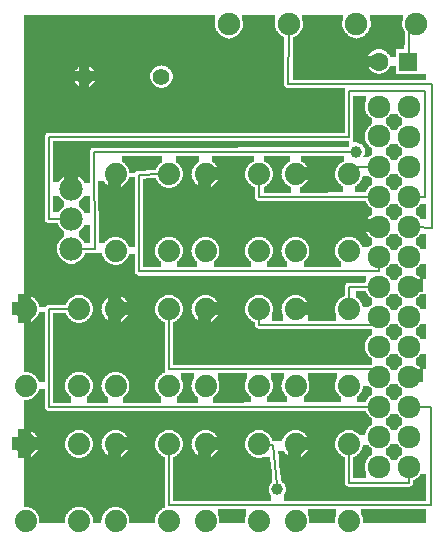
<source format=gbl>
G04 MADE WITH FRITZING*
G04 WWW.FRITZING.ORG*
G04 DOUBLE SIDED*
G04 HOLES PLATED*
G04 CONTOUR ON CENTER OF CONTOUR VECTOR*
%ASAXBY*%
%FSLAX23Y23*%
%MOIN*%
%OFA0B0*%
%SFA1.0B1.0*%
%ADD10C,0.075000*%
%ADD11C,0.039370*%
%ADD12C,0.055433*%
%ADD13C,0.062992*%
%ADD14C,0.078000*%
%ADD15C,0.075722*%
%ADD16C,0.075695*%
%ADD17C,0.074000*%
%ADD18R,0.062992X0.062992*%
%ADD19C,0.008000*%
%LNCOPPER0*%
G90*
G70*
G54D10*
X518Y1050D03*
X345Y1088D03*
X562Y1590D03*
X116Y189D03*
G54D11*
X1149Y1279D03*
G54D12*
X243Y1529D03*
X499Y1529D03*
G54D11*
X885Y154D03*
G54D13*
X1322Y1579D03*
X1224Y1579D03*
G54D10*
X924Y1704D03*
X724Y1704D03*
X1349Y1704D03*
X1149Y1704D03*
G54D14*
X199Y1154D03*
X199Y1054D03*
X199Y954D03*
G54D15*
X1324Y1429D03*
G54D16*
X1324Y1329D03*
X1324Y1229D03*
X1324Y1129D03*
X1324Y1029D03*
G54D15*
X1324Y929D03*
X1324Y829D03*
G54D16*
X1324Y729D03*
X1324Y629D03*
X1324Y529D03*
X1324Y429D03*
G54D15*
X1324Y329D03*
G54D16*
X1324Y229D03*
G54D15*
X1224Y1429D03*
X1224Y1330D03*
G54D16*
X1224Y1229D03*
X1224Y1129D03*
X1224Y1029D03*
G54D15*
X1224Y929D03*
G54D16*
X1224Y829D03*
X1224Y729D03*
X1224Y629D03*
X1224Y529D03*
X1224Y429D03*
G54D15*
X1224Y329D03*
G54D16*
X1224Y229D03*
G54D17*
X224Y754D03*
X224Y498D03*
X46Y754D03*
X46Y498D03*
X224Y304D03*
X224Y48D03*
X46Y304D03*
X46Y48D03*
X524Y304D03*
X524Y48D03*
X346Y304D03*
X346Y48D03*
X524Y754D03*
X524Y498D03*
X346Y754D03*
X346Y498D03*
X524Y1204D03*
X524Y948D03*
X346Y1204D03*
X346Y948D03*
X824Y304D03*
X824Y48D03*
X646Y304D03*
X646Y48D03*
X824Y754D03*
X824Y498D03*
X646Y754D03*
X646Y498D03*
X824Y1204D03*
X824Y948D03*
X646Y1204D03*
X646Y948D03*
X1124Y304D03*
X1124Y48D03*
X946Y304D03*
X946Y48D03*
X1124Y754D03*
X1124Y498D03*
X946Y754D03*
X946Y498D03*
X1124Y1204D03*
X1124Y948D03*
X946Y1204D03*
X946Y948D03*
G54D18*
X1322Y1579D03*
G54D19*
X276Y954D02*
X274Y1278D01*
D02*
X274Y1278D02*
X1135Y1279D01*
D02*
X223Y954D02*
X276Y954D01*
D02*
X921Y1504D02*
X1400Y1504D01*
D02*
X1400Y1504D02*
X1400Y1026D01*
D02*
X1400Y1026D02*
X1350Y1028D01*
D02*
X924Y1681D02*
X921Y1504D01*
D02*
X1324Y176D02*
X1324Y203D01*
D02*
X1124Y176D02*
X1324Y176D01*
D02*
X1124Y279D02*
X1124Y176D01*
D02*
X524Y102D02*
X1398Y102D01*
D02*
X1398Y428D02*
X1350Y429D01*
D02*
X1398Y102D02*
X1398Y428D01*
D02*
X524Y279D02*
X524Y102D01*
D02*
X124Y428D02*
X1198Y429D01*
D02*
X124Y754D02*
X124Y428D01*
D02*
X198Y754D02*
X124Y754D01*
D02*
X1224Y554D02*
X1224Y555D01*
D02*
X524Y554D02*
X1224Y554D01*
D02*
X524Y729D02*
X524Y554D01*
D02*
X824Y702D02*
X1224Y702D01*
D02*
X1224Y702D02*
X1224Y703D01*
D02*
X824Y729D02*
X824Y702D01*
D02*
X1124Y828D02*
X1198Y829D01*
D02*
X1124Y780D02*
X1124Y828D01*
D02*
X424Y880D02*
X1224Y880D01*
D02*
X1224Y880D02*
X1224Y902D01*
D02*
X424Y902D02*
X424Y880D01*
D02*
X1224Y902D02*
X1224Y903D01*
D02*
X424Y1202D02*
X424Y902D01*
D02*
X498Y1204D02*
X424Y1202D01*
D02*
X824Y1128D02*
X1198Y1129D01*
D02*
X824Y1179D02*
X824Y1128D01*
D02*
X1124Y1228D02*
X1198Y1229D01*
D02*
X1124Y1230D02*
X1124Y1228D01*
D02*
X1124Y1328D02*
X1124Y1480D01*
D02*
X1124Y1480D02*
X1376Y1480D01*
D02*
X124Y1054D02*
X124Y1328D01*
D02*
X124Y1328D02*
X1124Y1328D01*
D02*
X1376Y1480D02*
X1376Y1128D01*
D02*
X1376Y1128D02*
X1350Y1129D01*
D02*
X174Y1054D02*
X124Y1054D01*
D02*
X872Y302D02*
X884Y168D01*
D02*
X849Y303D02*
X872Y302D01*
D02*
X1324Y1702D02*
X1326Y1702D01*
D02*
X1323Y1600D02*
X1324Y1702D01*
G36*
X968Y1736D02*
X968Y1716D01*
X970Y1716D01*
X970Y1710D01*
X972Y1710D01*
X972Y1700D01*
X970Y1700D01*
X970Y1692D01*
X968Y1692D01*
X968Y1686D01*
X966Y1686D01*
X966Y1684D01*
X964Y1684D01*
X964Y1680D01*
X962Y1680D01*
X962Y1678D01*
X960Y1678D01*
X960Y1674D01*
X958Y1674D01*
X958Y1672D01*
X956Y1672D01*
X956Y1670D01*
X954Y1670D01*
X954Y1668D01*
X950Y1668D01*
X950Y1666D01*
X948Y1666D01*
X948Y1664D01*
X944Y1664D01*
X944Y1662D01*
X942Y1662D01*
X942Y1660D01*
X938Y1660D01*
X938Y1656D01*
X1148Y1656D01*
X1148Y1658D01*
X1138Y1658D01*
X1138Y1660D01*
X1132Y1660D01*
X1132Y1662D01*
X1128Y1662D01*
X1128Y1664D01*
X1124Y1664D01*
X1124Y1666D01*
X1122Y1666D01*
X1122Y1668D01*
X1120Y1668D01*
X1120Y1670D01*
X1118Y1670D01*
X1118Y1672D01*
X1116Y1672D01*
X1116Y1674D01*
X1114Y1674D01*
X1114Y1676D01*
X1112Y1676D01*
X1112Y1678D01*
X1110Y1678D01*
X1110Y1682D01*
X1108Y1682D01*
X1108Y1684D01*
X1106Y1684D01*
X1106Y1688D01*
X1104Y1688D01*
X1104Y1694D01*
X1102Y1694D01*
X1102Y1714D01*
X1104Y1714D01*
X1104Y1736D01*
X968Y1736D01*
G37*
D02*
G36*
X1194Y1736D02*
X1194Y1714D01*
X1196Y1714D01*
X1196Y1694D01*
X1194Y1694D01*
X1194Y1690D01*
X1192Y1690D01*
X1192Y1684D01*
X1190Y1684D01*
X1190Y1682D01*
X1188Y1682D01*
X1188Y1678D01*
X1186Y1678D01*
X1186Y1676D01*
X1184Y1676D01*
X1184Y1674D01*
X1182Y1674D01*
X1182Y1672D01*
X1180Y1672D01*
X1180Y1670D01*
X1178Y1670D01*
X1178Y1668D01*
X1176Y1668D01*
X1176Y1666D01*
X1172Y1666D01*
X1172Y1664D01*
X1170Y1664D01*
X1170Y1662D01*
X1166Y1662D01*
X1166Y1660D01*
X1160Y1660D01*
X1160Y1658D01*
X1150Y1658D01*
X1150Y1656D01*
X1310Y1656D01*
X1310Y1682D01*
X1308Y1682D01*
X1308Y1684D01*
X1306Y1684D01*
X1306Y1688D01*
X1304Y1688D01*
X1304Y1694D01*
X1302Y1694D01*
X1302Y1714D01*
X1304Y1714D01*
X1304Y1736D01*
X1194Y1736D01*
G37*
D02*
G36*
X938Y1656D02*
X938Y1654D01*
X1310Y1654D01*
X1310Y1656D01*
X938Y1656D01*
G37*
D02*
G36*
X938Y1656D02*
X938Y1654D01*
X1310Y1654D01*
X1310Y1656D01*
X938Y1656D01*
G37*
D02*
G36*
X938Y1654D02*
X938Y1640D01*
X936Y1640D01*
X936Y1620D01*
X1234Y1620D01*
X1234Y1618D01*
X1240Y1618D01*
X1240Y1616D01*
X1242Y1616D01*
X1242Y1614D01*
X1246Y1614D01*
X1246Y1612D01*
X1248Y1612D01*
X1248Y1610D01*
X1250Y1610D01*
X1250Y1608D01*
X1252Y1608D01*
X1252Y1606D01*
X1254Y1606D01*
X1254Y1604D01*
X1256Y1604D01*
X1256Y1602D01*
X1258Y1602D01*
X1258Y1600D01*
X1260Y1600D01*
X1260Y1596D01*
X1280Y1596D01*
X1280Y1620D01*
X1308Y1620D01*
X1308Y1636D01*
X1310Y1636D01*
X1310Y1654D01*
X938Y1654D01*
G37*
D02*
G36*
X936Y1620D02*
X936Y1538D01*
X1216Y1538D01*
X1216Y1540D01*
X1210Y1540D01*
X1210Y1542D01*
X1206Y1542D01*
X1206Y1544D01*
X1202Y1544D01*
X1202Y1546D01*
X1200Y1546D01*
X1200Y1548D01*
X1198Y1548D01*
X1198Y1550D01*
X1196Y1550D01*
X1196Y1552D01*
X1194Y1552D01*
X1194Y1554D01*
X1192Y1554D01*
X1192Y1556D01*
X1190Y1556D01*
X1190Y1560D01*
X1188Y1560D01*
X1188Y1562D01*
X1186Y1562D01*
X1186Y1566D01*
X1184Y1566D01*
X1184Y1574D01*
X1182Y1574D01*
X1182Y1586D01*
X1184Y1586D01*
X1184Y1592D01*
X1186Y1592D01*
X1186Y1596D01*
X1188Y1596D01*
X1188Y1600D01*
X1190Y1600D01*
X1190Y1602D01*
X1192Y1602D01*
X1192Y1604D01*
X1194Y1604D01*
X1194Y1608D01*
X1196Y1608D01*
X1196Y1610D01*
X1200Y1610D01*
X1200Y1612D01*
X1202Y1612D01*
X1202Y1614D01*
X1204Y1614D01*
X1204Y1616D01*
X1208Y1616D01*
X1208Y1618D01*
X1214Y1618D01*
X1214Y1620D01*
X936Y1620D01*
G37*
D02*
G36*
X1260Y1564D02*
X1260Y1560D01*
X1258Y1560D01*
X1258Y1556D01*
X1256Y1556D01*
X1256Y1554D01*
X1254Y1554D01*
X1254Y1552D01*
X1252Y1552D01*
X1252Y1550D01*
X1250Y1550D01*
X1250Y1548D01*
X1248Y1548D01*
X1248Y1546D01*
X1244Y1546D01*
X1244Y1544D01*
X1242Y1544D01*
X1242Y1542D01*
X1238Y1542D01*
X1238Y1540D01*
X1232Y1540D01*
X1232Y1538D01*
X1280Y1538D01*
X1280Y1564D01*
X1260Y1564D01*
G37*
D02*
G36*
X936Y1538D02*
X936Y1536D01*
X1382Y1536D01*
X1382Y1538D01*
X936Y1538D01*
G37*
D02*
G36*
X936Y1538D02*
X936Y1536D01*
X1382Y1536D01*
X1382Y1538D01*
X936Y1538D01*
G37*
D02*
G36*
X936Y1536D02*
X936Y1518D01*
X1382Y1518D01*
X1382Y1536D01*
X936Y1536D01*
G37*
D02*
G36*
X1138Y1466D02*
X1138Y1310D01*
X1150Y1310D01*
X1150Y1308D01*
X1158Y1308D01*
X1158Y1306D01*
X1162Y1306D01*
X1162Y1304D01*
X1166Y1304D01*
X1166Y1302D01*
X1168Y1302D01*
X1168Y1300D01*
X1170Y1300D01*
X1170Y1298D01*
X1172Y1298D01*
X1172Y1294D01*
X1174Y1294D01*
X1174Y1292D01*
X1176Y1292D01*
X1176Y1288D01*
X1178Y1288D01*
X1178Y1272D01*
X1176Y1272D01*
X1176Y1268D01*
X1174Y1268D01*
X1174Y1264D01*
X1172Y1264D01*
X1172Y1262D01*
X1170Y1262D01*
X1170Y1260D01*
X1190Y1260D01*
X1190Y1262D01*
X1192Y1262D01*
X1192Y1264D01*
X1194Y1264D01*
X1194Y1266D01*
X1196Y1266D01*
X1196Y1268D01*
X1200Y1268D01*
X1200Y1270D01*
X1202Y1270D01*
X1202Y1290D01*
X1200Y1290D01*
X1200Y1292D01*
X1196Y1292D01*
X1196Y1294D01*
X1194Y1294D01*
X1194Y1296D01*
X1192Y1296D01*
X1192Y1298D01*
X1190Y1298D01*
X1190Y1300D01*
X1188Y1300D01*
X1188Y1302D01*
X1186Y1302D01*
X1186Y1304D01*
X1184Y1304D01*
X1184Y1308D01*
X1182Y1308D01*
X1182Y1312D01*
X1180Y1312D01*
X1180Y1316D01*
X1178Y1316D01*
X1178Y1322D01*
X1176Y1322D01*
X1176Y1338D01*
X1178Y1338D01*
X1178Y1344D01*
X1180Y1344D01*
X1180Y1350D01*
X1182Y1350D01*
X1182Y1352D01*
X1184Y1352D01*
X1184Y1356D01*
X1186Y1356D01*
X1186Y1358D01*
X1188Y1358D01*
X1188Y1360D01*
X1190Y1360D01*
X1190Y1364D01*
X1192Y1364D01*
X1192Y1366D01*
X1196Y1366D01*
X1196Y1368D01*
X1198Y1368D01*
X1198Y1370D01*
X1200Y1370D01*
X1200Y1390D01*
X1198Y1390D01*
X1198Y1392D01*
X1196Y1392D01*
X1196Y1394D01*
X1192Y1394D01*
X1192Y1396D01*
X1190Y1396D01*
X1190Y1398D01*
X1188Y1398D01*
X1188Y1402D01*
X1186Y1402D01*
X1186Y1404D01*
X1184Y1404D01*
X1184Y1406D01*
X1182Y1406D01*
X1182Y1410D01*
X1180Y1410D01*
X1180Y1416D01*
X1178Y1416D01*
X1178Y1422D01*
X1176Y1422D01*
X1176Y1438D01*
X1178Y1438D01*
X1178Y1444D01*
X1180Y1444D01*
X1180Y1466D01*
X1138Y1466D01*
G37*
D02*
G36*
X1264Y1406D02*
X1264Y1404D01*
X1262Y1404D01*
X1262Y1402D01*
X1260Y1402D01*
X1260Y1400D01*
X1258Y1400D01*
X1258Y1396D01*
X1254Y1396D01*
X1254Y1394D01*
X1252Y1394D01*
X1252Y1392D01*
X1250Y1392D01*
X1250Y1390D01*
X1248Y1390D01*
X1248Y1370D01*
X1250Y1370D01*
X1250Y1368D01*
X1252Y1368D01*
X1252Y1366D01*
X1254Y1366D01*
X1254Y1364D01*
X1258Y1364D01*
X1258Y1360D01*
X1260Y1360D01*
X1260Y1358D01*
X1262Y1358D01*
X1262Y1356D01*
X1264Y1356D01*
X1264Y1352D01*
X1284Y1352D01*
X1284Y1356D01*
X1286Y1356D01*
X1286Y1358D01*
X1288Y1358D01*
X1288Y1360D01*
X1290Y1360D01*
X1290Y1362D01*
X1292Y1362D01*
X1292Y1364D01*
X1294Y1364D01*
X1294Y1366D01*
X1296Y1366D01*
X1296Y1368D01*
X1300Y1368D01*
X1300Y1390D01*
X1298Y1390D01*
X1298Y1392D01*
X1296Y1392D01*
X1296Y1394D01*
X1292Y1394D01*
X1292Y1396D01*
X1290Y1396D01*
X1290Y1398D01*
X1288Y1398D01*
X1288Y1402D01*
X1286Y1402D01*
X1286Y1404D01*
X1284Y1404D01*
X1284Y1406D01*
X1264Y1406D01*
G37*
D02*
G36*
X138Y1314D02*
X138Y1204D01*
X204Y1204D01*
X204Y1202D01*
X212Y1202D01*
X212Y1200D01*
X218Y1200D01*
X218Y1198D01*
X220Y1198D01*
X220Y1196D01*
X224Y1196D01*
X224Y1194D01*
X226Y1194D01*
X226Y1192D01*
X228Y1192D01*
X228Y1190D01*
X232Y1190D01*
X232Y1188D01*
X234Y1188D01*
X234Y1186D01*
X236Y1186D01*
X236Y1182D01*
X238Y1182D01*
X238Y1180D01*
X240Y1180D01*
X240Y1176D01*
X260Y1176D01*
X260Y1284D01*
X262Y1284D01*
X262Y1286D01*
X264Y1286D01*
X264Y1290D01*
X268Y1290D01*
X268Y1292D01*
X754Y1292D01*
X754Y1294D01*
X1124Y1294D01*
X1124Y1314D01*
X138Y1314D01*
G37*
D02*
G36*
X138Y1204D02*
X138Y1178D01*
X158Y1178D01*
X158Y1180D01*
X160Y1180D01*
X160Y1184D01*
X162Y1184D01*
X162Y1186D01*
X164Y1186D01*
X164Y1188D01*
X166Y1188D01*
X166Y1190D01*
X168Y1190D01*
X168Y1192D01*
X172Y1192D01*
X172Y1194D01*
X174Y1194D01*
X174Y1196D01*
X178Y1196D01*
X178Y1198D01*
X180Y1198D01*
X180Y1200D01*
X186Y1200D01*
X186Y1202D01*
X194Y1202D01*
X194Y1204D01*
X138Y1204D01*
G37*
D02*
G36*
X1262Y1306D02*
X1262Y1302D01*
X1260Y1302D01*
X1260Y1300D01*
X1258Y1300D01*
X1258Y1298D01*
X1256Y1298D01*
X1256Y1296D01*
X1254Y1296D01*
X1254Y1294D01*
X1252Y1294D01*
X1252Y1292D01*
X1248Y1292D01*
X1248Y1290D01*
X1246Y1290D01*
X1246Y1270D01*
X1248Y1270D01*
X1248Y1268D01*
X1252Y1268D01*
X1252Y1266D01*
X1254Y1266D01*
X1254Y1264D01*
X1256Y1264D01*
X1256Y1262D01*
X1258Y1262D01*
X1258Y1260D01*
X1260Y1260D01*
X1260Y1258D01*
X1262Y1258D01*
X1262Y1254D01*
X1264Y1254D01*
X1264Y1252D01*
X1284Y1252D01*
X1284Y1256D01*
X1286Y1256D01*
X1286Y1258D01*
X1288Y1258D01*
X1288Y1260D01*
X1290Y1260D01*
X1290Y1262D01*
X1292Y1262D01*
X1292Y1264D01*
X1294Y1264D01*
X1294Y1266D01*
X1296Y1266D01*
X1296Y1268D01*
X1300Y1268D01*
X1300Y1290D01*
X1298Y1290D01*
X1298Y1292D01*
X1296Y1292D01*
X1296Y1294D01*
X1292Y1294D01*
X1292Y1296D01*
X1290Y1296D01*
X1290Y1298D01*
X1288Y1298D01*
X1288Y1302D01*
X1286Y1302D01*
X1286Y1304D01*
X1284Y1304D01*
X1284Y1306D01*
X1262Y1306D01*
G37*
D02*
G36*
X842Y1266D02*
X842Y1246D01*
X846Y1246D01*
X846Y1244D01*
X848Y1244D01*
X848Y1242D01*
X852Y1242D01*
X852Y1240D01*
X854Y1240D01*
X854Y1238D01*
X856Y1238D01*
X856Y1236D01*
X858Y1236D01*
X858Y1234D01*
X860Y1234D01*
X860Y1230D01*
X862Y1230D01*
X862Y1228D01*
X864Y1228D01*
X864Y1224D01*
X866Y1224D01*
X866Y1222D01*
X868Y1222D01*
X868Y1216D01*
X870Y1216D01*
X870Y1194D01*
X868Y1194D01*
X868Y1188D01*
X866Y1188D01*
X866Y1184D01*
X864Y1184D01*
X864Y1180D01*
X862Y1180D01*
X862Y1178D01*
X860Y1178D01*
X860Y1176D01*
X858Y1176D01*
X858Y1174D01*
X856Y1174D01*
X856Y1172D01*
X854Y1172D01*
X854Y1170D01*
X852Y1170D01*
X852Y1168D01*
X850Y1168D01*
X850Y1166D01*
X848Y1166D01*
X848Y1164D01*
X844Y1164D01*
X844Y1162D01*
X840Y1162D01*
X840Y1142D01*
X930Y1142D01*
X930Y1162D01*
X926Y1162D01*
X926Y1164D01*
X922Y1164D01*
X922Y1166D01*
X920Y1166D01*
X920Y1168D01*
X918Y1168D01*
X918Y1170D01*
X914Y1170D01*
X914Y1172D01*
X912Y1172D01*
X912Y1176D01*
X910Y1176D01*
X910Y1178D01*
X908Y1178D01*
X908Y1180D01*
X906Y1180D01*
X906Y1184D01*
X904Y1184D01*
X904Y1188D01*
X902Y1188D01*
X902Y1192D01*
X900Y1192D01*
X900Y1202D01*
X898Y1202D01*
X898Y1206D01*
X900Y1206D01*
X900Y1216D01*
X902Y1216D01*
X902Y1222D01*
X904Y1222D01*
X904Y1226D01*
X906Y1226D01*
X906Y1228D01*
X908Y1228D01*
X908Y1232D01*
X910Y1232D01*
X910Y1234D01*
X912Y1234D01*
X912Y1236D01*
X914Y1236D01*
X914Y1238D01*
X916Y1238D01*
X916Y1240D01*
X918Y1240D01*
X918Y1242D01*
X922Y1242D01*
X922Y1244D01*
X924Y1244D01*
X924Y1246D01*
X928Y1246D01*
X928Y1266D01*
X842Y1266D01*
G37*
D02*
G36*
X964Y1266D02*
X964Y1246D01*
X968Y1246D01*
X968Y1244D01*
X970Y1244D01*
X970Y1242D01*
X974Y1242D01*
X974Y1240D01*
X976Y1240D01*
X976Y1238D01*
X978Y1238D01*
X978Y1236D01*
X980Y1236D01*
X980Y1234D01*
X982Y1234D01*
X982Y1230D01*
X984Y1230D01*
X984Y1228D01*
X986Y1228D01*
X986Y1224D01*
X988Y1224D01*
X988Y1222D01*
X990Y1222D01*
X990Y1216D01*
X992Y1216D01*
X992Y1194D01*
X990Y1194D01*
X990Y1188D01*
X988Y1188D01*
X988Y1184D01*
X986Y1184D01*
X986Y1180D01*
X984Y1180D01*
X984Y1178D01*
X982Y1178D01*
X982Y1176D01*
X980Y1176D01*
X980Y1174D01*
X978Y1174D01*
X978Y1172D01*
X976Y1172D01*
X976Y1170D01*
X974Y1170D01*
X974Y1168D01*
X972Y1168D01*
X972Y1166D01*
X970Y1166D01*
X970Y1164D01*
X966Y1164D01*
X966Y1162D01*
X962Y1162D01*
X962Y1142D01*
X1054Y1142D01*
X1054Y1144D01*
X1104Y1144D01*
X1104Y1164D01*
X1100Y1164D01*
X1100Y1166D01*
X1098Y1166D01*
X1098Y1168D01*
X1096Y1168D01*
X1096Y1170D01*
X1092Y1170D01*
X1092Y1172D01*
X1090Y1172D01*
X1090Y1176D01*
X1088Y1176D01*
X1088Y1178D01*
X1086Y1178D01*
X1086Y1180D01*
X1084Y1180D01*
X1084Y1184D01*
X1082Y1184D01*
X1082Y1188D01*
X1080Y1188D01*
X1080Y1192D01*
X1078Y1192D01*
X1078Y1202D01*
X1076Y1202D01*
X1076Y1206D01*
X1078Y1206D01*
X1078Y1216D01*
X1080Y1216D01*
X1080Y1222D01*
X1082Y1222D01*
X1082Y1226D01*
X1084Y1226D01*
X1084Y1228D01*
X1086Y1228D01*
X1086Y1232D01*
X1088Y1232D01*
X1088Y1234D01*
X1090Y1234D01*
X1090Y1236D01*
X1092Y1236D01*
X1092Y1238D01*
X1094Y1238D01*
X1094Y1240D01*
X1096Y1240D01*
X1096Y1242D01*
X1100Y1242D01*
X1100Y1244D01*
X1102Y1244D01*
X1102Y1246D01*
X1106Y1246D01*
X1106Y1266D01*
X964Y1266D01*
G37*
D02*
G36*
X368Y1264D02*
X368Y1244D01*
X370Y1244D01*
X370Y1242D01*
X374Y1242D01*
X374Y1240D01*
X376Y1240D01*
X376Y1238D01*
X378Y1238D01*
X378Y1236D01*
X380Y1236D01*
X380Y1234D01*
X382Y1234D01*
X382Y1230D01*
X384Y1230D01*
X384Y1228D01*
X386Y1228D01*
X386Y1224D01*
X388Y1224D01*
X388Y1222D01*
X390Y1222D01*
X390Y1216D01*
X392Y1216D01*
X392Y1208D01*
X412Y1208D01*
X412Y1212D01*
X414Y1212D01*
X414Y1214D01*
X418Y1214D01*
X418Y1216D01*
X446Y1216D01*
X446Y1218D01*
X480Y1218D01*
X480Y1222D01*
X482Y1222D01*
X482Y1226D01*
X484Y1226D01*
X484Y1228D01*
X486Y1228D01*
X486Y1232D01*
X488Y1232D01*
X488Y1234D01*
X490Y1234D01*
X490Y1236D01*
X492Y1236D01*
X492Y1238D01*
X494Y1238D01*
X494Y1240D01*
X496Y1240D01*
X496Y1242D01*
X500Y1242D01*
X500Y1244D01*
X502Y1244D01*
X502Y1264D01*
X368Y1264D01*
G37*
D02*
G36*
X1264Y1206D02*
X1264Y1204D01*
X1262Y1204D01*
X1262Y1202D01*
X1260Y1202D01*
X1260Y1200D01*
X1258Y1200D01*
X1258Y1196D01*
X1256Y1196D01*
X1256Y1194D01*
X1252Y1194D01*
X1252Y1192D01*
X1250Y1192D01*
X1250Y1190D01*
X1248Y1190D01*
X1248Y1168D01*
X1252Y1168D01*
X1252Y1166D01*
X1254Y1166D01*
X1254Y1164D01*
X1256Y1164D01*
X1256Y1162D01*
X1258Y1162D01*
X1258Y1160D01*
X1260Y1160D01*
X1260Y1158D01*
X1262Y1158D01*
X1262Y1154D01*
X1264Y1154D01*
X1264Y1152D01*
X1284Y1152D01*
X1284Y1156D01*
X1286Y1156D01*
X1286Y1158D01*
X1288Y1158D01*
X1288Y1160D01*
X1290Y1160D01*
X1290Y1162D01*
X1292Y1162D01*
X1292Y1164D01*
X1294Y1164D01*
X1294Y1166D01*
X1296Y1166D01*
X1296Y1168D01*
X1300Y1168D01*
X1300Y1190D01*
X1298Y1190D01*
X1298Y1192D01*
X1296Y1192D01*
X1296Y1194D01*
X1292Y1194D01*
X1292Y1196D01*
X1290Y1196D01*
X1290Y1198D01*
X1288Y1198D01*
X1288Y1202D01*
X1286Y1202D01*
X1286Y1204D01*
X1284Y1204D01*
X1284Y1206D01*
X1264Y1206D01*
G37*
D02*
G36*
X1170Y1198D02*
X1170Y1194D01*
X1168Y1194D01*
X1168Y1188D01*
X1166Y1188D01*
X1166Y1184D01*
X1164Y1184D01*
X1164Y1180D01*
X1162Y1180D01*
X1162Y1178D01*
X1160Y1178D01*
X1160Y1176D01*
X1158Y1176D01*
X1158Y1174D01*
X1156Y1174D01*
X1156Y1172D01*
X1154Y1172D01*
X1154Y1170D01*
X1152Y1170D01*
X1152Y1168D01*
X1150Y1168D01*
X1150Y1166D01*
X1148Y1166D01*
X1148Y1164D01*
X1144Y1164D01*
X1144Y1144D01*
X1180Y1144D01*
X1180Y1148D01*
X1182Y1148D01*
X1182Y1152D01*
X1184Y1152D01*
X1184Y1154D01*
X1186Y1154D01*
X1186Y1158D01*
X1188Y1158D01*
X1188Y1160D01*
X1190Y1160D01*
X1190Y1162D01*
X1192Y1162D01*
X1192Y1164D01*
X1194Y1164D01*
X1194Y1166D01*
X1196Y1166D01*
X1196Y1168D01*
X1200Y1168D01*
X1200Y1190D01*
X1198Y1190D01*
X1198Y1192D01*
X1196Y1192D01*
X1196Y1194D01*
X1192Y1194D01*
X1192Y1196D01*
X1190Y1196D01*
X1190Y1198D01*
X1170Y1198D01*
G37*
D02*
G36*
X764Y1266D02*
X764Y1264D01*
X668Y1264D01*
X668Y1244D01*
X670Y1244D01*
X670Y1242D01*
X674Y1242D01*
X674Y1240D01*
X676Y1240D01*
X676Y1238D01*
X678Y1238D01*
X678Y1236D01*
X680Y1236D01*
X680Y1234D01*
X682Y1234D01*
X682Y1230D01*
X684Y1230D01*
X684Y1228D01*
X686Y1228D01*
X686Y1224D01*
X688Y1224D01*
X688Y1222D01*
X690Y1222D01*
X690Y1216D01*
X692Y1216D01*
X692Y1194D01*
X690Y1194D01*
X690Y1188D01*
X688Y1188D01*
X688Y1184D01*
X686Y1184D01*
X686Y1180D01*
X684Y1180D01*
X684Y1178D01*
X682Y1178D01*
X682Y1176D01*
X680Y1176D01*
X680Y1174D01*
X678Y1174D01*
X678Y1172D01*
X676Y1172D01*
X676Y1170D01*
X674Y1170D01*
X674Y1168D01*
X672Y1168D01*
X672Y1166D01*
X670Y1166D01*
X670Y1164D01*
X666Y1164D01*
X666Y1162D01*
X662Y1162D01*
X662Y1160D01*
X656Y1160D01*
X656Y1158D01*
X810Y1158D01*
X810Y1160D01*
X808Y1160D01*
X808Y1162D01*
X804Y1162D01*
X804Y1164D01*
X800Y1164D01*
X800Y1166D01*
X798Y1166D01*
X798Y1168D01*
X796Y1168D01*
X796Y1170D01*
X792Y1170D01*
X792Y1172D01*
X790Y1172D01*
X790Y1176D01*
X788Y1176D01*
X788Y1178D01*
X786Y1178D01*
X786Y1180D01*
X784Y1180D01*
X784Y1184D01*
X782Y1184D01*
X782Y1188D01*
X780Y1188D01*
X780Y1192D01*
X778Y1192D01*
X778Y1202D01*
X776Y1202D01*
X776Y1206D01*
X778Y1206D01*
X778Y1216D01*
X780Y1216D01*
X780Y1222D01*
X782Y1222D01*
X782Y1226D01*
X784Y1226D01*
X784Y1228D01*
X786Y1228D01*
X786Y1232D01*
X788Y1232D01*
X788Y1234D01*
X790Y1234D01*
X790Y1236D01*
X792Y1236D01*
X792Y1238D01*
X794Y1238D01*
X794Y1240D01*
X796Y1240D01*
X796Y1242D01*
X800Y1242D01*
X800Y1244D01*
X802Y1244D01*
X802Y1246D01*
X806Y1246D01*
X806Y1266D01*
X764Y1266D01*
G37*
D02*
G36*
X546Y1264D02*
X546Y1244D01*
X548Y1244D01*
X548Y1242D01*
X552Y1242D01*
X552Y1240D01*
X554Y1240D01*
X554Y1238D01*
X556Y1238D01*
X556Y1236D01*
X558Y1236D01*
X558Y1234D01*
X560Y1234D01*
X560Y1230D01*
X562Y1230D01*
X562Y1228D01*
X564Y1228D01*
X564Y1224D01*
X566Y1224D01*
X566Y1222D01*
X568Y1222D01*
X568Y1216D01*
X570Y1216D01*
X570Y1194D01*
X568Y1194D01*
X568Y1188D01*
X566Y1188D01*
X566Y1184D01*
X564Y1184D01*
X564Y1180D01*
X562Y1180D01*
X562Y1178D01*
X560Y1178D01*
X560Y1176D01*
X558Y1176D01*
X558Y1174D01*
X556Y1174D01*
X556Y1172D01*
X554Y1172D01*
X554Y1170D01*
X552Y1170D01*
X552Y1168D01*
X550Y1168D01*
X550Y1166D01*
X548Y1166D01*
X548Y1164D01*
X544Y1164D01*
X544Y1162D01*
X540Y1162D01*
X540Y1160D01*
X534Y1160D01*
X534Y1158D01*
X636Y1158D01*
X636Y1160D01*
X630Y1160D01*
X630Y1162D01*
X626Y1162D01*
X626Y1164D01*
X622Y1164D01*
X622Y1166D01*
X620Y1166D01*
X620Y1168D01*
X618Y1168D01*
X618Y1170D01*
X614Y1170D01*
X614Y1172D01*
X612Y1172D01*
X612Y1176D01*
X610Y1176D01*
X610Y1178D01*
X608Y1178D01*
X608Y1180D01*
X606Y1180D01*
X606Y1184D01*
X604Y1184D01*
X604Y1188D01*
X602Y1188D01*
X602Y1192D01*
X600Y1192D01*
X600Y1202D01*
X598Y1202D01*
X598Y1206D01*
X600Y1206D01*
X600Y1216D01*
X602Y1216D01*
X602Y1222D01*
X604Y1222D01*
X604Y1226D01*
X606Y1226D01*
X606Y1228D01*
X608Y1228D01*
X608Y1232D01*
X610Y1232D01*
X610Y1234D01*
X612Y1234D01*
X612Y1236D01*
X614Y1236D01*
X614Y1238D01*
X616Y1238D01*
X616Y1240D01*
X618Y1240D01*
X618Y1242D01*
X622Y1242D01*
X622Y1244D01*
X624Y1244D01*
X624Y1264D01*
X546Y1264D01*
G37*
D02*
G36*
X448Y1190D02*
X448Y1188D01*
X438Y1188D01*
X438Y1158D01*
X514Y1158D01*
X514Y1160D01*
X508Y1160D01*
X508Y1162D01*
X504Y1162D01*
X504Y1164D01*
X500Y1164D01*
X500Y1166D01*
X498Y1166D01*
X498Y1168D01*
X496Y1168D01*
X496Y1170D01*
X492Y1170D01*
X492Y1172D01*
X490Y1172D01*
X490Y1176D01*
X488Y1176D01*
X488Y1178D01*
X486Y1178D01*
X486Y1180D01*
X484Y1180D01*
X484Y1184D01*
X482Y1184D01*
X482Y1188D01*
X480Y1188D01*
X480Y1190D01*
X448Y1190D01*
G37*
D02*
G36*
X438Y1158D02*
X438Y1156D01*
X810Y1156D01*
X810Y1158D01*
X438Y1158D01*
G37*
D02*
G36*
X438Y1158D02*
X438Y1156D01*
X810Y1156D01*
X810Y1158D01*
X438Y1158D01*
G37*
D02*
G36*
X438Y1158D02*
X438Y1156D01*
X810Y1156D01*
X810Y1158D01*
X438Y1158D01*
G37*
D02*
G36*
X438Y1156D02*
X438Y1114D01*
X820Y1114D01*
X820Y1116D01*
X816Y1116D01*
X816Y1118D01*
X814Y1118D01*
X814Y1120D01*
X812Y1120D01*
X812Y1124D01*
X810Y1124D01*
X810Y1156D01*
X438Y1156D01*
G37*
D02*
G36*
X1060Y1116D02*
X1060Y1114D01*
X1180Y1114D01*
X1180Y1116D01*
X1060Y1116D01*
G37*
D02*
G36*
X438Y1114D02*
X438Y1112D01*
X1180Y1112D01*
X1180Y1114D01*
X438Y1114D01*
G37*
D02*
G36*
X438Y1114D02*
X438Y1112D01*
X1180Y1112D01*
X1180Y1114D01*
X438Y1114D01*
G37*
D02*
G36*
X438Y1112D02*
X438Y996D01*
X1128Y996D01*
X1128Y994D01*
X1136Y994D01*
X1136Y992D01*
X1142Y992D01*
X1142Y990D01*
X1146Y990D01*
X1146Y988D01*
X1148Y988D01*
X1148Y986D01*
X1152Y986D01*
X1152Y984D01*
X1154Y984D01*
X1154Y982D01*
X1156Y982D01*
X1156Y980D01*
X1158Y980D01*
X1158Y978D01*
X1160Y978D01*
X1160Y974D01*
X1162Y974D01*
X1162Y972D01*
X1164Y972D01*
X1164Y968D01*
X1166Y968D01*
X1166Y966D01*
X1168Y966D01*
X1168Y960D01*
X1190Y960D01*
X1190Y962D01*
X1192Y962D01*
X1192Y964D01*
X1194Y964D01*
X1194Y966D01*
X1196Y966D01*
X1196Y968D01*
X1200Y968D01*
X1200Y990D01*
X1198Y990D01*
X1198Y992D01*
X1196Y992D01*
X1196Y994D01*
X1192Y994D01*
X1192Y996D01*
X1190Y996D01*
X1190Y998D01*
X1188Y998D01*
X1188Y1002D01*
X1186Y1002D01*
X1186Y1004D01*
X1184Y1004D01*
X1184Y1008D01*
X1182Y1008D01*
X1182Y1010D01*
X1180Y1010D01*
X1180Y1016D01*
X1178Y1016D01*
X1178Y1022D01*
X1176Y1022D01*
X1176Y1038D01*
X1178Y1038D01*
X1178Y1044D01*
X1180Y1044D01*
X1180Y1048D01*
X1182Y1048D01*
X1182Y1052D01*
X1184Y1052D01*
X1184Y1054D01*
X1186Y1054D01*
X1186Y1058D01*
X1188Y1058D01*
X1188Y1060D01*
X1190Y1060D01*
X1190Y1062D01*
X1192Y1062D01*
X1192Y1064D01*
X1194Y1064D01*
X1194Y1066D01*
X1196Y1066D01*
X1196Y1068D01*
X1200Y1068D01*
X1200Y1090D01*
X1198Y1090D01*
X1198Y1092D01*
X1196Y1092D01*
X1196Y1094D01*
X1192Y1094D01*
X1192Y1096D01*
X1190Y1096D01*
X1190Y1098D01*
X1188Y1098D01*
X1188Y1102D01*
X1186Y1102D01*
X1186Y1104D01*
X1184Y1104D01*
X1184Y1108D01*
X1182Y1108D01*
X1182Y1110D01*
X1180Y1110D01*
X1180Y1112D01*
X438Y1112D01*
G37*
D02*
G36*
X438Y996D02*
X438Y894D01*
X496Y894D01*
X496Y914D01*
X492Y914D01*
X492Y916D01*
X490Y916D01*
X490Y920D01*
X488Y920D01*
X488Y922D01*
X486Y922D01*
X486Y924D01*
X484Y924D01*
X484Y928D01*
X482Y928D01*
X482Y932D01*
X480Y932D01*
X480Y936D01*
X478Y936D01*
X478Y946D01*
X476Y946D01*
X476Y950D01*
X478Y950D01*
X478Y960D01*
X480Y960D01*
X480Y966D01*
X482Y966D01*
X482Y970D01*
X484Y970D01*
X484Y972D01*
X486Y972D01*
X486Y976D01*
X488Y976D01*
X488Y978D01*
X490Y978D01*
X490Y980D01*
X492Y980D01*
X492Y982D01*
X494Y982D01*
X494Y984D01*
X496Y984D01*
X496Y986D01*
X500Y986D01*
X500Y988D01*
X502Y988D01*
X502Y990D01*
X506Y990D01*
X506Y992D01*
X512Y992D01*
X512Y994D01*
X518Y994D01*
X518Y996D01*
X438Y996D01*
G37*
D02*
G36*
X528Y996D02*
X528Y994D01*
X536Y994D01*
X536Y992D01*
X542Y992D01*
X542Y990D01*
X546Y990D01*
X546Y988D01*
X548Y988D01*
X548Y986D01*
X552Y986D01*
X552Y984D01*
X554Y984D01*
X554Y982D01*
X556Y982D01*
X556Y980D01*
X558Y980D01*
X558Y978D01*
X560Y978D01*
X560Y974D01*
X562Y974D01*
X562Y972D01*
X564Y972D01*
X564Y968D01*
X566Y968D01*
X566Y966D01*
X568Y966D01*
X568Y960D01*
X570Y960D01*
X570Y938D01*
X568Y938D01*
X568Y932D01*
X566Y932D01*
X566Y928D01*
X564Y928D01*
X564Y924D01*
X562Y924D01*
X562Y922D01*
X560Y922D01*
X560Y920D01*
X558Y920D01*
X558Y918D01*
X556Y918D01*
X556Y916D01*
X554Y916D01*
X554Y914D01*
X552Y914D01*
X552Y894D01*
X618Y894D01*
X618Y914D01*
X614Y914D01*
X614Y916D01*
X612Y916D01*
X612Y920D01*
X610Y920D01*
X610Y922D01*
X608Y922D01*
X608Y924D01*
X606Y924D01*
X606Y928D01*
X604Y928D01*
X604Y932D01*
X602Y932D01*
X602Y936D01*
X600Y936D01*
X600Y946D01*
X598Y946D01*
X598Y950D01*
X600Y950D01*
X600Y960D01*
X602Y960D01*
X602Y966D01*
X604Y966D01*
X604Y970D01*
X606Y970D01*
X606Y972D01*
X608Y972D01*
X608Y976D01*
X610Y976D01*
X610Y978D01*
X612Y978D01*
X612Y980D01*
X614Y980D01*
X614Y982D01*
X616Y982D01*
X616Y984D01*
X618Y984D01*
X618Y986D01*
X622Y986D01*
X622Y988D01*
X624Y988D01*
X624Y990D01*
X628Y990D01*
X628Y992D01*
X634Y992D01*
X634Y994D01*
X640Y994D01*
X640Y996D01*
X528Y996D01*
G37*
D02*
G36*
X650Y996D02*
X650Y994D01*
X658Y994D01*
X658Y992D01*
X664Y992D01*
X664Y990D01*
X668Y990D01*
X668Y988D01*
X670Y988D01*
X670Y986D01*
X674Y986D01*
X674Y984D01*
X676Y984D01*
X676Y982D01*
X678Y982D01*
X678Y980D01*
X680Y980D01*
X680Y978D01*
X682Y978D01*
X682Y974D01*
X684Y974D01*
X684Y972D01*
X686Y972D01*
X686Y968D01*
X688Y968D01*
X688Y966D01*
X690Y966D01*
X690Y960D01*
X692Y960D01*
X692Y938D01*
X690Y938D01*
X690Y932D01*
X688Y932D01*
X688Y928D01*
X686Y928D01*
X686Y924D01*
X684Y924D01*
X684Y922D01*
X682Y922D01*
X682Y920D01*
X680Y920D01*
X680Y918D01*
X678Y918D01*
X678Y916D01*
X676Y916D01*
X676Y914D01*
X674Y914D01*
X674Y894D01*
X796Y894D01*
X796Y914D01*
X792Y914D01*
X792Y916D01*
X790Y916D01*
X790Y920D01*
X788Y920D01*
X788Y922D01*
X786Y922D01*
X786Y924D01*
X784Y924D01*
X784Y928D01*
X782Y928D01*
X782Y932D01*
X780Y932D01*
X780Y936D01*
X778Y936D01*
X778Y946D01*
X776Y946D01*
X776Y950D01*
X778Y950D01*
X778Y960D01*
X780Y960D01*
X780Y966D01*
X782Y966D01*
X782Y970D01*
X784Y970D01*
X784Y972D01*
X786Y972D01*
X786Y976D01*
X788Y976D01*
X788Y978D01*
X790Y978D01*
X790Y980D01*
X792Y980D01*
X792Y982D01*
X794Y982D01*
X794Y984D01*
X796Y984D01*
X796Y986D01*
X800Y986D01*
X800Y988D01*
X802Y988D01*
X802Y990D01*
X806Y990D01*
X806Y992D01*
X812Y992D01*
X812Y994D01*
X818Y994D01*
X818Y996D01*
X650Y996D01*
G37*
D02*
G36*
X828Y996D02*
X828Y994D01*
X836Y994D01*
X836Y992D01*
X842Y992D01*
X842Y990D01*
X846Y990D01*
X846Y988D01*
X848Y988D01*
X848Y986D01*
X852Y986D01*
X852Y984D01*
X854Y984D01*
X854Y982D01*
X856Y982D01*
X856Y980D01*
X858Y980D01*
X858Y978D01*
X860Y978D01*
X860Y974D01*
X862Y974D01*
X862Y972D01*
X864Y972D01*
X864Y968D01*
X866Y968D01*
X866Y966D01*
X868Y966D01*
X868Y960D01*
X870Y960D01*
X870Y938D01*
X868Y938D01*
X868Y932D01*
X866Y932D01*
X866Y928D01*
X864Y928D01*
X864Y924D01*
X862Y924D01*
X862Y922D01*
X860Y922D01*
X860Y920D01*
X858Y920D01*
X858Y918D01*
X856Y918D01*
X856Y916D01*
X854Y916D01*
X854Y914D01*
X852Y914D01*
X852Y894D01*
X918Y894D01*
X918Y914D01*
X914Y914D01*
X914Y916D01*
X912Y916D01*
X912Y920D01*
X910Y920D01*
X910Y922D01*
X908Y922D01*
X908Y924D01*
X906Y924D01*
X906Y928D01*
X904Y928D01*
X904Y932D01*
X902Y932D01*
X902Y936D01*
X900Y936D01*
X900Y946D01*
X898Y946D01*
X898Y950D01*
X900Y950D01*
X900Y960D01*
X902Y960D01*
X902Y966D01*
X904Y966D01*
X904Y970D01*
X906Y970D01*
X906Y972D01*
X908Y972D01*
X908Y976D01*
X910Y976D01*
X910Y978D01*
X912Y978D01*
X912Y980D01*
X914Y980D01*
X914Y982D01*
X916Y982D01*
X916Y984D01*
X918Y984D01*
X918Y986D01*
X922Y986D01*
X922Y988D01*
X924Y988D01*
X924Y990D01*
X928Y990D01*
X928Y992D01*
X934Y992D01*
X934Y994D01*
X940Y994D01*
X940Y996D01*
X828Y996D01*
G37*
D02*
G36*
X950Y996D02*
X950Y994D01*
X958Y994D01*
X958Y992D01*
X964Y992D01*
X964Y990D01*
X968Y990D01*
X968Y988D01*
X970Y988D01*
X970Y986D01*
X974Y986D01*
X974Y984D01*
X976Y984D01*
X976Y982D01*
X978Y982D01*
X978Y980D01*
X980Y980D01*
X980Y978D01*
X982Y978D01*
X982Y974D01*
X984Y974D01*
X984Y972D01*
X986Y972D01*
X986Y968D01*
X988Y968D01*
X988Y966D01*
X990Y966D01*
X990Y960D01*
X992Y960D01*
X992Y938D01*
X990Y938D01*
X990Y932D01*
X988Y932D01*
X988Y928D01*
X986Y928D01*
X986Y924D01*
X984Y924D01*
X984Y922D01*
X982Y922D01*
X982Y920D01*
X980Y920D01*
X980Y918D01*
X978Y918D01*
X978Y916D01*
X976Y916D01*
X976Y914D01*
X974Y914D01*
X974Y894D01*
X1096Y894D01*
X1096Y914D01*
X1092Y914D01*
X1092Y916D01*
X1090Y916D01*
X1090Y920D01*
X1088Y920D01*
X1088Y922D01*
X1086Y922D01*
X1086Y924D01*
X1084Y924D01*
X1084Y928D01*
X1082Y928D01*
X1082Y932D01*
X1080Y932D01*
X1080Y936D01*
X1078Y936D01*
X1078Y946D01*
X1076Y946D01*
X1076Y950D01*
X1078Y950D01*
X1078Y960D01*
X1080Y960D01*
X1080Y966D01*
X1082Y966D01*
X1082Y970D01*
X1084Y970D01*
X1084Y972D01*
X1086Y972D01*
X1086Y976D01*
X1088Y976D01*
X1088Y978D01*
X1090Y978D01*
X1090Y980D01*
X1092Y980D01*
X1092Y982D01*
X1094Y982D01*
X1094Y984D01*
X1096Y984D01*
X1096Y986D01*
X1100Y986D01*
X1100Y988D01*
X1102Y988D01*
X1102Y990D01*
X1106Y990D01*
X1106Y992D01*
X1112Y992D01*
X1112Y994D01*
X1118Y994D01*
X1118Y996D01*
X950Y996D01*
G37*
D02*
G36*
X390Y1194D02*
X390Y1188D01*
X388Y1188D01*
X388Y1184D01*
X386Y1184D01*
X386Y1180D01*
X384Y1180D01*
X384Y1178D01*
X382Y1178D01*
X382Y1176D01*
X380Y1176D01*
X380Y1174D01*
X378Y1174D01*
X378Y1172D01*
X376Y1172D01*
X376Y1170D01*
X374Y1170D01*
X374Y1168D01*
X372Y1168D01*
X372Y1166D01*
X370Y1166D01*
X370Y1164D01*
X366Y1164D01*
X366Y1162D01*
X362Y1162D01*
X362Y1160D01*
X356Y1160D01*
X356Y1158D01*
X410Y1158D01*
X410Y1194D01*
X390Y1194D01*
G37*
D02*
G36*
X288Y1180D02*
X288Y1158D01*
X336Y1158D01*
X336Y1160D01*
X330Y1160D01*
X330Y1162D01*
X326Y1162D01*
X326Y1164D01*
X322Y1164D01*
X322Y1166D01*
X320Y1166D01*
X320Y1168D01*
X318Y1168D01*
X318Y1170D01*
X314Y1170D01*
X314Y1172D01*
X312Y1172D01*
X312Y1176D01*
X310Y1176D01*
X310Y1178D01*
X308Y1178D01*
X308Y1180D01*
X288Y1180D01*
G37*
D02*
G36*
X288Y1158D02*
X288Y1156D01*
X410Y1156D01*
X410Y1158D01*
X288Y1158D01*
G37*
D02*
G36*
X288Y1158D02*
X288Y1156D01*
X410Y1156D01*
X410Y1158D01*
X288Y1158D01*
G37*
D02*
G36*
X288Y1156D02*
X288Y1082D01*
X290Y1082D01*
X290Y996D01*
X350Y996D01*
X350Y994D01*
X358Y994D01*
X358Y992D01*
X364Y992D01*
X364Y990D01*
X368Y990D01*
X368Y988D01*
X370Y988D01*
X370Y986D01*
X374Y986D01*
X374Y984D01*
X376Y984D01*
X376Y982D01*
X378Y982D01*
X378Y980D01*
X380Y980D01*
X380Y978D01*
X382Y978D01*
X382Y974D01*
X384Y974D01*
X384Y972D01*
X386Y972D01*
X386Y968D01*
X388Y968D01*
X388Y966D01*
X390Y966D01*
X390Y960D01*
X410Y960D01*
X410Y1156D01*
X288Y1156D01*
G37*
D02*
G36*
X290Y996D02*
X290Y976D01*
X310Y976D01*
X310Y978D01*
X312Y978D01*
X312Y980D01*
X314Y980D01*
X314Y982D01*
X316Y982D01*
X316Y984D01*
X318Y984D01*
X318Y986D01*
X322Y986D01*
X322Y988D01*
X324Y988D01*
X324Y990D01*
X328Y990D01*
X328Y992D01*
X334Y992D01*
X334Y994D01*
X340Y994D01*
X340Y996D01*
X290Y996D01*
G37*
D02*
G36*
X138Y1132D02*
X138Y1078D01*
X158Y1078D01*
X158Y1080D01*
X160Y1080D01*
X160Y1084D01*
X162Y1084D01*
X162Y1086D01*
X164Y1086D01*
X164Y1088D01*
X166Y1088D01*
X166Y1090D01*
X168Y1090D01*
X168Y1092D01*
X172Y1092D01*
X172Y1094D01*
X174Y1094D01*
X174Y1114D01*
X172Y1114D01*
X172Y1116D01*
X170Y1116D01*
X170Y1118D01*
X168Y1118D01*
X168Y1120D01*
X166Y1120D01*
X166Y1122D01*
X164Y1122D01*
X164Y1124D01*
X162Y1124D01*
X162Y1126D01*
X160Y1126D01*
X160Y1128D01*
X158Y1128D01*
X158Y1132D01*
X138Y1132D01*
G37*
D02*
G36*
X240Y1132D02*
X240Y1128D01*
X238Y1128D01*
X238Y1126D01*
X236Y1126D01*
X236Y1124D01*
X234Y1124D01*
X234Y1122D01*
X232Y1122D01*
X232Y1120D01*
X230Y1120D01*
X230Y1118D01*
X228Y1118D01*
X228Y1116D01*
X226Y1116D01*
X226Y1114D01*
X224Y1114D01*
X224Y1094D01*
X226Y1094D01*
X226Y1092D01*
X228Y1092D01*
X228Y1090D01*
X232Y1090D01*
X232Y1088D01*
X234Y1088D01*
X234Y1086D01*
X236Y1086D01*
X236Y1082D01*
X238Y1082D01*
X238Y1080D01*
X240Y1080D01*
X240Y1076D01*
X242Y1076D01*
X242Y1074D01*
X262Y1074D01*
X262Y1078D01*
X260Y1078D01*
X260Y1132D01*
X240Y1132D01*
G37*
D02*
G36*
X1264Y1106D02*
X1264Y1104D01*
X1262Y1104D01*
X1262Y1102D01*
X1260Y1102D01*
X1260Y1100D01*
X1258Y1100D01*
X1258Y1096D01*
X1256Y1096D01*
X1256Y1094D01*
X1252Y1094D01*
X1252Y1092D01*
X1250Y1092D01*
X1250Y1090D01*
X1248Y1090D01*
X1248Y1068D01*
X1252Y1068D01*
X1252Y1066D01*
X1254Y1066D01*
X1254Y1064D01*
X1256Y1064D01*
X1256Y1062D01*
X1258Y1062D01*
X1258Y1060D01*
X1260Y1060D01*
X1260Y1058D01*
X1262Y1058D01*
X1262Y1054D01*
X1264Y1054D01*
X1264Y1052D01*
X1284Y1052D01*
X1284Y1056D01*
X1286Y1056D01*
X1286Y1058D01*
X1288Y1058D01*
X1288Y1060D01*
X1290Y1060D01*
X1290Y1062D01*
X1292Y1062D01*
X1292Y1064D01*
X1294Y1064D01*
X1294Y1066D01*
X1296Y1066D01*
X1296Y1068D01*
X1300Y1068D01*
X1300Y1090D01*
X1298Y1090D01*
X1298Y1092D01*
X1296Y1092D01*
X1296Y1094D01*
X1292Y1094D01*
X1292Y1096D01*
X1290Y1096D01*
X1290Y1098D01*
X1288Y1098D01*
X1288Y1102D01*
X1286Y1102D01*
X1286Y1104D01*
X1284Y1104D01*
X1284Y1106D01*
X1264Y1106D01*
G37*
D02*
G36*
X1362Y1104D02*
X1362Y1102D01*
X1360Y1102D01*
X1360Y1100D01*
X1358Y1100D01*
X1358Y1096D01*
X1354Y1096D01*
X1354Y1094D01*
X1352Y1094D01*
X1352Y1092D01*
X1350Y1092D01*
X1350Y1090D01*
X1348Y1090D01*
X1348Y1068D01*
X1352Y1068D01*
X1352Y1066D01*
X1354Y1066D01*
X1354Y1064D01*
X1356Y1064D01*
X1356Y1062D01*
X1358Y1062D01*
X1358Y1060D01*
X1360Y1060D01*
X1360Y1058D01*
X1362Y1058D01*
X1362Y1054D01*
X1382Y1054D01*
X1382Y1104D01*
X1362Y1104D01*
G37*
D02*
G36*
X242Y1036D02*
X242Y1032D01*
X240Y1032D01*
X240Y1028D01*
X238Y1028D01*
X238Y1026D01*
X236Y1026D01*
X236Y1024D01*
X234Y1024D01*
X234Y1022D01*
X232Y1022D01*
X232Y1020D01*
X230Y1020D01*
X230Y1018D01*
X228Y1018D01*
X228Y1016D01*
X226Y1016D01*
X226Y1014D01*
X224Y1014D01*
X224Y994D01*
X226Y994D01*
X226Y992D01*
X228Y992D01*
X228Y990D01*
X232Y990D01*
X232Y988D01*
X234Y988D01*
X234Y986D01*
X236Y986D01*
X236Y982D01*
X238Y982D01*
X238Y980D01*
X240Y980D01*
X240Y976D01*
X242Y976D01*
X242Y974D01*
X262Y974D01*
X262Y1036D01*
X242Y1036D01*
G37*
D02*
G36*
X1264Y1006D02*
X1264Y1004D01*
X1262Y1004D01*
X1262Y1002D01*
X1260Y1002D01*
X1260Y1000D01*
X1258Y1000D01*
X1258Y996D01*
X1256Y996D01*
X1256Y994D01*
X1252Y994D01*
X1252Y992D01*
X1250Y992D01*
X1250Y990D01*
X1248Y990D01*
X1248Y968D01*
X1252Y968D01*
X1252Y966D01*
X1254Y966D01*
X1254Y964D01*
X1256Y964D01*
X1256Y962D01*
X1258Y962D01*
X1258Y960D01*
X1260Y960D01*
X1260Y958D01*
X1262Y958D01*
X1262Y954D01*
X1264Y954D01*
X1264Y952D01*
X1284Y952D01*
X1284Y956D01*
X1286Y956D01*
X1286Y958D01*
X1288Y958D01*
X1288Y960D01*
X1290Y960D01*
X1290Y962D01*
X1292Y962D01*
X1292Y964D01*
X1294Y964D01*
X1294Y966D01*
X1296Y966D01*
X1296Y968D01*
X1300Y968D01*
X1300Y990D01*
X1298Y990D01*
X1298Y992D01*
X1296Y992D01*
X1296Y994D01*
X1292Y994D01*
X1292Y996D01*
X1290Y996D01*
X1290Y998D01*
X1288Y998D01*
X1288Y1002D01*
X1286Y1002D01*
X1286Y1004D01*
X1284Y1004D01*
X1284Y1006D01*
X1264Y1006D01*
G37*
D02*
G36*
X1362Y1004D02*
X1362Y1002D01*
X1360Y1002D01*
X1360Y1000D01*
X1358Y1000D01*
X1358Y996D01*
X1354Y996D01*
X1354Y994D01*
X1352Y994D01*
X1352Y992D01*
X1350Y992D01*
X1350Y990D01*
X1348Y990D01*
X1348Y968D01*
X1352Y968D01*
X1352Y966D01*
X1354Y966D01*
X1354Y964D01*
X1356Y964D01*
X1356Y962D01*
X1358Y962D01*
X1358Y960D01*
X1360Y960D01*
X1360Y958D01*
X1362Y958D01*
X1362Y954D01*
X1382Y954D01*
X1382Y1004D01*
X1362Y1004D01*
G37*
D02*
G36*
X1264Y906D02*
X1264Y904D01*
X1262Y904D01*
X1262Y902D01*
X1260Y902D01*
X1260Y900D01*
X1258Y900D01*
X1258Y896D01*
X1256Y896D01*
X1256Y894D01*
X1252Y894D01*
X1252Y892D01*
X1250Y892D01*
X1250Y890D01*
X1248Y890D01*
X1248Y868D01*
X1252Y868D01*
X1252Y866D01*
X1254Y866D01*
X1254Y864D01*
X1256Y864D01*
X1256Y862D01*
X1258Y862D01*
X1258Y860D01*
X1260Y860D01*
X1260Y858D01*
X1262Y858D01*
X1262Y854D01*
X1264Y854D01*
X1264Y852D01*
X1284Y852D01*
X1284Y856D01*
X1286Y856D01*
X1286Y858D01*
X1288Y858D01*
X1288Y860D01*
X1290Y860D01*
X1290Y862D01*
X1292Y862D01*
X1292Y864D01*
X1294Y864D01*
X1294Y866D01*
X1296Y866D01*
X1296Y868D01*
X1300Y868D01*
X1300Y890D01*
X1298Y890D01*
X1298Y892D01*
X1296Y892D01*
X1296Y894D01*
X1292Y894D01*
X1292Y896D01*
X1290Y896D01*
X1290Y898D01*
X1288Y898D01*
X1288Y902D01*
X1286Y902D01*
X1286Y904D01*
X1284Y904D01*
X1284Y906D01*
X1264Y906D01*
G37*
D02*
G36*
X1362Y904D02*
X1362Y902D01*
X1360Y902D01*
X1360Y900D01*
X1358Y900D01*
X1358Y896D01*
X1356Y896D01*
X1356Y894D01*
X1352Y894D01*
X1352Y892D01*
X1350Y892D01*
X1350Y890D01*
X1348Y890D01*
X1348Y868D01*
X1352Y868D01*
X1352Y866D01*
X1354Y866D01*
X1354Y864D01*
X1356Y864D01*
X1356Y862D01*
X1358Y862D01*
X1358Y860D01*
X1360Y860D01*
X1360Y858D01*
X1362Y858D01*
X1362Y854D01*
X1382Y854D01*
X1382Y904D01*
X1362Y904D01*
G37*
D02*
G36*
X1146Y814D02*
X1146Y794D01*
X1148Y794D01*
X1148Y792D01*
X1152Y792D01*
X1152Y790D01*
X1154Y790D01*
X1154Y788D01*
X1156Y788D01*
X1156Y786D01*
X1158Y786D01*
X1158Y784D01*
X1160Y784D01*
X1160Y780D01*
X1162Y780D01*
X1162Y778D01*
X1164Y778D01*
X1164Y774D01*
X1166Y774D01*
X1166Y772D01*
X1168Y772D01*
X1168Y766D01*
X1170Y766D01*
X1170Y760D01*
X1190Y760D01*
X1190Y762D01*
X1192Y762D01*
X1192Y764D01*
X1194Y764D01*
X1194Y766D01*
X1196Y766D01*
X1196Y768D01*
X1200Y768D01*
X1200Y790D01*
X1198Y790D01*
X1198Y792D01*
X1196Y792D01*
X1196Y794D01*
X1192Y794D01*
X1192Y796D01*
X1190Y796D01*
X1190Y798D01*
X1188Y798D01*
X1188Y802D01*
X1186Y802D01*
X1186Y804D01*
X1184Y804D01*
X1184Y808D01*
X1182Y808D01*
X1182Y810D01*
X1180Y810D01*
X1180Y814D01*
X1146Y814D01*
G37*
D02*
G36*
X1264Y806D02*
X1264Y804D01*
X1262Y804D01*
X1262Y802D01*
X1260Y802D01*
X1260Y800D01*
X1258Y800D01*
X1258Y796D01*
X1256Y796D01*
X1256Y794D01*
X1252Y794D01*
X1252Y792D01*
X1250Y792D01*
X1250Y790D01*
X1248Y790D01*
X1248Y768D01*
X1252Y768D01*
X1252Y766D01*
X1254Y766D01*
X1254Y764D01*
X1256Y764D01*
X1256Y762D01*
X1258Y762D01*
X1258Y760D01*
X1260Y760D01*
X1260Y758D01*
X1262Y758D01*
X1262Y754D01*
X1264Y754D01*
X1264Y752D01*
X1284Y752D01*
X1284Y756D01*
X1286Y756D01*
X1286Y758D01*
X1288Y758D01*
X1288Y760D01*
X1290Y760D01*
X1290Y762D01*
X1292Y762D01*
X1292Y764D01*
X1294Y764D01*
X1294Y766D01*
X1296Y766D01*
X1296Y768D01*
X1300Y768D01*
X1300Y790D01*
X1298Y790D01*
X1298Y792D01*
X1296Y792D01*
X1296Y794D01*
X1292Y794D01*
X1292Y796D01*
X1290Y796D01*
X1290Y798D01*
X1288Y798D01*
X1288Y802D01*
X1286Y802D01*
X1286Y804D01*
X1284Y804D01*
X1284Y806D01*
X1264Y806D01*
G37*
D02*
G36*
X1362Y804D02*
X1362Y802D01*
X1360Y802D01*
X1360Y800D01*
X1358Y800D01*
X1358Y796D01*
X1356Y796D01*
X1356Y794D01*
X1352Y794D01*
X1352Y792D01*
X1350Y792D01*
X1350Y790D01*
X1348Y790D01*
X1348Y768D01*
X1352Y768D01*
X1352Y766D01*
X1354Y766D01*
X1354Y764D01*
X1356Y764D01*
X1356Y762D01*
X1358Y762D01*
X1358Y760D01*
X1360Y760D01*
X1360Y758D01*
X1362Y758D01*
X1362Y754D01*
X1382Y754D01*
X1382Y804D01*
X1362Y804D01*
G37*
D02*
G36*
X90Y744D02*
X90Y738D01*
X88Y738D01*
X88Y734D01*
X86Y734D01*
X86Y730D01*
X84Y730D01*
X84Y728D01*
X82Y728D01*
X82Y726D01*
X80Y726D01*
X80Y724D01*
X78Y724D01*
X78Y722D01*
X76Y722D01*
X76Y720D01*
X74Y720D01*
X74Y718D01*
X72Y718D01*
X72Y716D01*
X70Y716D01*
X70Y714D01*
X66Y714D01*
X66Y712D01*
X62Y712D01*
X62Y710D01*
X56Y710D01*
X56Y708D01*
X40Y708D01*
X40Y546D01*
X50Y546D01*
X50Y544D01*
X58Y544D01*
X58Y542D01*
X64Y542D01*
X64Y540D01*
X68Y540D01*
X68Y538D01*
X70Y538D01*
X70Y536D01*
X74Y536D01*
X74Y534D01*
X76Y534D01*
X76Y532D01*
X78Y532D01*
X78Y530D01*
X80Y530D01*
X80Y528D01*
X82Y528D01*
X82Y524D01*
X84Y524D01*
X84Y522D01*
X86Y522D01*
X86Y518D01*
X88Y518D01*
X88Y516D01*
X90Y516D01*
X90Y510D01*
X110Y510D01*
X110Y744D01*
X90Y744D01*
G37*
D02*
G36*
X40Y1736D02*
X40Y1656D01*
X722Y1656D01*
X722Y1658D01*
X712Y1658D01*
X712Y1660D01*
X706Y1660D01*
X706Y1662D01*
X704Y1662D01*
X704Y1664D01*
X700Y1664D01*
X700Y1666D01*
X698Y1666D01*
X698Y1668D01*
X694Y1668D01*
X694Y1670D01*
X692Y1670D01*
X692Y1672D01*
X690Y1672D01*
X690Y1674D01*
X688Y1674D01*
X688Y1676D01*
X686Y1676D01*
X686Y1680D01*
X684Y1680D01*
X684Y1682D01*
X682Y1682D01*
X682Y1686D01*
X680Y1686D01*
X680Y1692D01*
X678Y1692D01*
X678Y1698D01*
X676Y1698D01*
X676Y1710D01*
X678Y1710D01*
X678Y1736D01*
X40Y1736D01*
G37*
D02*
G36*
X768Y1736D02*
X768Y1716D01*
X770Y1716D01*
X770Y1710D01*
X772Y1710D01*
X772Y1700D01*
X770Y1700D01*
X770Y1692D01*
X768Y1692D01*
X768Y1686D01*
X766Y1686D01*
X766Y1684D01*
X764Y1684D01*
X764Y1680D01*
X762Y1680D01*
X762Y1678D01*
X760Y1678D01*
X760Y1674D01*
X758Y1674D01*
X758Y1672D01*
X756Y1672D01*
X756Y1670D01*
X754Y1670D01*
X754Y1668D01*
X750Y1668D01*
X750Y1666D01*
X748Y1666D01*
X748Y1664D01*
X744Y1664D01*
X744Y1662D01*
X742Y1662D01*
X742Y1660D01*
X736Y1660D01*
X736Y1658D01*
X726Y1658D01*
X726Y1656D01*
X908Y1656D01*
X908Y1660D01*
X906Y1660D01*
X906Y1662D01*
X904Y1662D01*
X904Y1664D01*
X900Y1664D01*
X900Y1666D01*
X898Y1666D01*
X898Y1668D01*
X894Y1668D01*
X894Y1670D01*
X892Y1670D01*
X892Y1672D01*
X890Y1672D01*
X890Y1674D01*
X888Y1674D01*
X888Y1676D01*
X886Y1676D01*
X886Y1680D01*
X884Y1680D01*
X884Y1682D01*
X882Y1682D01*
X882Y1686D01*
X880Y1686D01*
X880Y1692D01*
X878Y1692D01*
X878Y1698D01*
X876Y1698D01*
X876Y1710D01*
X878Y1710D01*
X878Y1736D01*
X768Y1736D01*
G37*
D02*
G36*
X40Y1656D02*
X40Y1654D01*
X908Y1654D01*
X908Y1656D01*
X40Y1656D01*
G37*
D02*
G36*
X40Y1656D02*
X40Y1654D01*
X908Y1654D01*
X908Y1656D01*
X40Y1656D01*
G37*
D02*
G36*
X40Y1654D02*
X40Y1568D01*
X500Y1568D01*
X500Y1566D01*
X510Y1566D01*
X510Y1564D01*
X514Y1564D01*
X514Y1562D01*
X518Y1562D01*
X518Y1560D01*
X520Y1560D01*
X520Y1558D01*
X522Y1558D01*
X522Y1556D01*
X526Y1556D01*
X526Y1552D01*
X528Y1552D01*
X528Y1550D01*
X530Y1550D01*
X530Y1548D01*
X532Y1548D01*
X532Y1544D01*
X534Y1544D01*
X534Y1538D01*
X536Y1538D01*
X536Y1520D01*
X534Y1520D01*
X534Y1516D01*
X532Y1516D01*
X532Y1512D01*
X530Y1512D01*
X530Y1508D01*
X528Y1508D01*
X528Y1506D01*
X526Y1506D01*
X526Y1504D01*
X524Y1504D01*
X524Y1502D01*
X522Y1502D01*
X522Y1500D01*
X520Y1500D01*
X520Y1498D01*
X516Y1498D01*
X516Y1496D01*
X512Y1496D01*
X512Y1494D01*
X508Y1494D01*
X508Y1492D01*
X914Y1492D01*
X914Y1494D01*
X912Y1494D01*
X912Y1496D01*
X910Y1496D01*
X910Y1498D01*
X908Y1498D01*
X908Y1654D01*
X40Y1654D01*
G37*
D02*
G36*
X40Y1568D02*
X40Y1492D01*
X234Y1492D01*
X234Y1494D01*
X230Y1494D01*
X230Y1496D01*
X226Y1496D01*
X226Y1498D01*
X222Y1498D01*
X222Y1500D01*
X220Y1500D01*
X220Y1502D01*
X218Y1502D01*
X218Y1504D01*
X216Y1504D01*
X216Y1506D01*
X214Y1506D01*
X214Y1508D01*
X212Y1508D01*
X212Y1512D01*
X210Y1512D01*
X210Y1514D01*
X208Y1514D01*
X208Y1520D01*
X206Y1520D01*
X206Y1538D01*
X208Y1538D01*
X208Y1544D01*
X210Y1544D01*
X210Y1548D01*
X212Y1548D01*
X212Y1550D01*
X214Y1550D01*
X214Y1552D01*
X216Y1552D01*
X216Y1556D01*
X220Y1556D01*
X220Y1558D01*
X222Y1558D01*
X222Y1560D01*
X224Y1560D01*
X224Y1562D01*
X228Y1562D01*
X228Y1564D01*
X232Y1564D01*
X232Y1566D01*
X242Y1566D01*
X242Y1568D01*
X40Y1568D01*
G37*
D02*
G36*
X244Y1568D02*
X244Y1566D01*
X254Y1566D01*
X254Y1564D01*
X258Y1564D01*
X258Y1562D01*
X262Y1562D01*
X262Y1560D01*
X264Y1560D01*
X264Y1558D01*
X266Y1558D01*
X266Y1556D01*
X270Y1556D01*
X270Y1552D01*
X272Y1552D01*
X272Y1550D01*
X274Y1550D01*
X274Y1548D01*
X276Y1548D01*
X276Y1544D01*
X278Y1544D01*
X278Y1538D01*
X280Y1538D01*
X280Y1520D01*
X278Y1520D01*
X278Y1514D01*
X276Y1514D01*
X276Y1512D01*
X274Y1512D01*
X274Y1508D01*
X272Y1508D01*
X272Y1506D01*
X270Y1506D01*
X270Y1504D01*
X268Y1504D01*
X268Y1502D01*
X266Y1502D01*
X266Y1500D01*
X264Y1500D01*
X264Y1498D01*
X260Y1498D01*
X260Y1496D01*
X256Y1496D01*
X256Y1494D01*
X252Y1494D01*
X252Y1492D01*
X490Y1492D01*
X490Y1494D01*
X486Y1494D01*
X486Y1496D01*
X482Y1496D01*
X482Y1498D01*
X478Y1498D01*
X478Y1500D01*
X476Y1500D01*
X476Y1502D01*
X474Y1502D01*
X474Y1504D01*
X472Y1504D01*
X472Y1506D01*
X470Y1506D01*
X470Y1508D01*
X468Y1508D01*
X468Y1512D01*
X466Y1512D01*
X466Y1514D01*
X464Y1514D01*
X464Y1520D01*
X462Y1520D01*
X462Y1540D01*
X464Y1540D01*
X464Y1544D01*
X466Y1544D01*
X466Y1548D01*
X468Y1548D01*
X468Y1550D01*
X470Y1550D01*
X470Y1552D01*
X472Y1552D01*
X472Y1556D01*
X474Y1556D01*
X474Y1558D01*
X478Y1558D01*
X478Y1560D01*
X480Y1560D01*
X480Y1562D01*
X484Y1562D01*
X484Y1564D01*
X488Y1564D01*
X488Y1566D01*
X498Y1566D01*
X498Y1568D01*
X244Y1568D01*
G37*
D02*
G36*
X40Y1492D02*
X40Y1490D01*
X918Y1490D01*
X918Y1492D01*
X40Y1492D01*
G37*
D02*
G36*
X40Y1492D02*
X40Y1490D01*
X918Y1490D01*
X918Y1492D01*
X40Y1492D01*
G37*
D02*
G36*
X40Y1492D02*
X40Y1490D01*
X918Y1490D01*
X918Y1492D01*
X40Y1492D01*
G37*
D02*
G36*
X40Y1490D02*
X40Y906D01*
X188Y906D01*
X188Y908D01*
X182Y908D01*
X182Y910D01*
X178Y910D01*
X178Y912D01*
X176Y912D01*
X176Y914D01*
X172Y914D01*
X172Y916D01*
X170Y916D01*
X170Y918D01*
X168Y918D01*
X168Y920D01*
X166Y920D01*
X166Y922D01*
X164Y922D01*
X164Y924D01*
X162Y924D01*
X162Y926D01*
X160Y926D01*
X160Y928D01*
X158Y928D01*
X158Y932D01*
X156Y932D01*
X156Y934D01*
X154Y934D01*
X154Y940D01*
X152Y940D01*
X152Y946D01*
X150Y946D01*
X150Y964D01*
X152Y964D01*
X152Y970D01*
X154Y970D01*
X154Y974D01*
X156Y974D01*
X156Y978D01*
X158Y978D01*
X158Y980D01*
X160Y980D01*
X160Y984D01*
X162Y984D01*
X162Y986D01*
X164Y986D01*
X164Y988D01*
X166Y988D01*
X166Y990D01*
X168Y990D01*
X168Y992D01*
X172Y992D01*
X172Y994D01*
X174Y994D01*
X174Y1014D01*
X172Y1014D01*
X172Y1016D01*
X170Y1016D01*
X170Y1018D01*
X168Y1018D01*
X168Y1020D01*
X166Y1020D01*
X166Y1022D01*
X164Y1022D01*
X164Y1024D01*
X162Y1024D01*
X162Y1026D01*
X160Y1026D01*
X160Y1028D01*
X158Y1028D01*
X158Y1032D01*
X156Y1032D01*
X156Y1034D01*
X154Y1034D01*
X154Y1040D01*
X120Y1040D01*
X120Y1042D01*
X116Y1042D01*
X116Y1044D01*
X114Y1044D01*
X114Y1046D01*
X112Y1046D01*
X112Y1050D01*
X110Y1050D01*
X110Y1334D01*
X112Y1334D01*
X112Y1336D01*
X114Y1336D01*
X114Y1340D01*
X118Y1340D01*
X118Y1342D01*
X1110Y1342D01*
X1110Y1490D01*
X40Y1490D01*
G37*
D02*
G36*
X280Y942D02*
X280Y940D01*
X244Y940D01*
X244Y936D01*
X242Y936D01*
X242Y932D01*
X240Y932D01*
X240Y928D01*
X238Y928D01*
X238Y926D01*
X236Y926D01*
X236Y924D01*
X234Y924D01*
X234Y922D01*
X232Y922D01*
X232Y920D01*
X230Y920D01*
X230Y918D01*
X228Y918D01*
X228Y916D01*
X226Y916D01*
X226Y914D01*
X222Y914D01*
X222Y912D01*
X220Y912D01*
X220Y910D01*
X214Y910D01*
X214Y908D01*
X210Y908D01*
X210Y906D01*
X326Y906D01*
X326Y908D01*
X322Y908D01*
X322Y910D01*
X320Y910D01*
X320Y912D01*
X318Y912D01*
X318Y914D01*
X314Y914D01*
X314Y916D01*
X312Y916D01*
X312Y920D01*
X310Y920D01*
X310Y922D01*
X308Y922D01*
X308Y924D01*
X306Y924D01*
X306Y928D01*
X304Y928D01*
X304Y932D01*
X302Y932D01*
X302Y936D01*
X300Y936D01*
X300Y942D01*
X280Y942D01*
G37*
D02*
G36*
X390Y938D02*
X390Y932D01*
X388Y932D01*
X388Y928D01*
X386Y928D01*
X386Y924D01*
X384Y924D01*
X384Y922D01*
X382Y922D01*
X382Y920D01*
X380Y920D01*
X380Y918D01*
X378Y918D01*
X378Y916D01*
X376Y916D01*
X376Y914D01*
X374Y914D01*
X374Y912D01*
X372Y912D01*
X372Y910D01*
X370Y910D01*
X370Y908D01*
X366Y908D01*
X366Y906D01*
X362Y906D01*
X362Y904D01*
X356Y904D01*
X356Y902D01*
X410Y902D01*
X410Y938D01*
X390Y938D01*
G37*
D02*
G36*
X40Y906D02*
X40Y904D01*
X330Y904D01*
X330Y906D01*
X40Y906D01*
G37*
D02*
G36*
X40Y906D02*
X40Y904D01*
X330Y904D01*
X330Y906D01*
X40Y906D01*
G37*
D02*
G36*
X40Y904D02*
X40Y902D01*
X336Y902D01*
X336Y904D01*
X40Y904D01*
G37*
D02*
G36*
X40Y902D02*
X40Y900D01*
X410Y900D01*
X410Y902D01*
X40Y902D01*
G37*
D02*
G36*
X40Y902D02*
X40Y900D01*
X410Y900D01*
X410Y902D01*
X40Y902D01*
G37*
D02*
G36*
X40Y900D02*
X40Y802D01*
X950Y802D01*
X950Y800D01*
X958Y800D01*
X958Y798D01*
X964Y798D01*
X964Y796D01*
X968Y796D01*
X968Y794D01*
X970Y794D01*
X970Y792D01*
X974Y792D01*
X974Y790D01*
X976Y790D01*
X976Y788D01*
X978Y788D01*
X978Y786D01*
X980Y786D01*
X980Y784D01*
X982Y784D01*
X982Y780D01*
X984Y780D01*
X984Y778D01*
X986Y778D01*
X986Y774D01*
X988Y774D01*
X988Y772D01*
X990Y772D01*
X990Y766D01*
X992Y766D01*
X992Y744D01*
X990Y744D01*
X990Y738D01*
X988Y738D01*
X988Y716D01*
X1082Y716D01*
X1082Y738D01*
X1080Y738D01*
X1080Y742D01*
X1078Y742D01*
X1078Y752D01*
X1076Y752D01*
X1076Y756D01*
X1078Y756D01*
X1078Y766D01*
X1080Y766D01*
X1080Y772D01*
X1082Y772D01*
X1082Y776D01*
X1084Y776D01*
X1084Y778D01*
X1086Y778D01*
X1086Y782D01*
X1088Y782D01*
X1088Y784D01*
X1090Y784D01*
X1090Y786D01*
X1092Y786D01*
X1092Y788D01*
X1094Y788D01*
X1094Y790D01*
X1096Y790D01*
X1096Y792D01*
X1100Y792D01*
X1100Y794D01*
X1102Y794D01*
X1102Y796D01*
X1106Y796D01*
X1106Y798D01*
X1110Y798D01*
X1110Y834D01*
X1112Y834D01*
X1112Y836D01*
X1114Y836D01*
X1114Y840D01*
X1118Y840D01*
X1118Y842D01*
X1178Y842D01*
X1178Y844D01*
X1180Y844D01*
X1180Y866D01*
X420Y866D01*
X420Y868D01*
X416Y868D01*
X416Y870D01*
X414Y870D01*
X414Y872D01*
X412Y872D01*
X412Y874D01*
X410Y874D01*
X410Y900D01*
X40Y900D01*
G37*
D02*
G36*
X50Y802D02*
X50Y800D01*
X58Y800D01*
X58Y798D01*
X64Y798D01*
X64Y796D01*
X68Y796D01*
X68Y794D01*
X70Y794D01*
X70Y792D01*
X74Y792D01*
X74Y790D01*
X76Y790D01*
X76Y788D01*
X78Y788D01*
X78Y786D01*
X80Y786D01*
X80Y784D01*
X82Y784D01*
X82Y780D01*
X84Y780D01*
X84Y778D01*
X86Y778D01*
X86Y774D01*
X88Y774D01*
X88Y772D01*
X90Y772D01*
X90Y766D01*
X92Y766D01*
X92Y760D01*
X112Y760D01*
X112Y762D01*
X114Y762D01*
X114Y766D01*
X118Y766D01*
X118Y768D01*
X180Y768D01*
X180Y772D01*
X182Y772D01*
X182Y776D01*
X184Y776D01*
X184Y778D01*
X186Y778D01*
X186Y782D01*
X188Y782D01*
X188Y784D01*
X190Y784D01*
X190Y786D01*
X192Y786D01*
X192Y788D01*
X194Y788D01*
X194Y790D01*
X196Y790D01*
X196Y792D01*
X200Y792D01*
X200Y794D01*
X202Y794D01*
X202Y796D01*
X206Y796D01*
X206Y798D01*
X212Y798D01*
X212Y800D01*
X218Y800D01*
X218Y802D01*
X50Y802D01*
G37*
D02*
G36*
X228Y802D02*
X228Y800D01*
X236Y800D01*
X236Y798D01*
X242Y798D01*
X242Y796D01*
X246Y796D01*
X246Y794D01*
X248Y794D01*
X248Y792D01*
X252Y792D01*
X252Y790D01*
X254Y790D01*
X254Y788D01*
X256Y788D01*
X256Y786D01*
X258Y786D01*
X258Y784D01*
X260Y784D01*
X260Y780D01*
X262Y780D01*
X262Y778D01*
X264Y778D01*
X264Y774D01*
X266Y774D01*
X266Y772D01*
X268Y772D01*
X268Y766D01*
X270Y766D01*
X270Y744D01*
X268Y744D01*
X268Y738D01*
X266Y738D01*
X266Y734D01*
X264Y734D01*
X264Y730D01*
X262Y730D01*
X262Y728D01*
X260Y728D01*
X260Y726D01*
X258Y726D01*
X258Y724D01*
X256Y724D01*
X256Y722D01*
X254Y722D01*
X254Y720D01*
X252Y720D01*
X252Y718D01*
X250Y718D01*
X250Y716D01*
X248Y716D01*
X248Y714D01*
X244Y714D01*
X244Y712D01*
X240Y712D01*
X240Y710D01*
X234Y710D01*
X234Y708D01*
X336Y708D01*
X336Y710D01*
X330Y710D01*
X330Y712D01*
X326Y712D01*
X326Y714D01*
X322Y714D01*
X322Y716D01*
X320Y716D01*
X320Y718D01*
X318Y718D01*
X318Y720D01*
X314Y720D01*
X314Y722D01*
X312Y722D01*
X312Y726D01*
X310Y726D01*
X310Y728D01*
X308Y728D01*
X308Y730D01*
X306Y730D01*
X306Y734D01*
X304Y734D01*
X304Y738D01*
X302Y738D01*
X302Y742D01*
X300Y742D01*
X300Y752D01*
X298Y752D01*
X298Y756D01*
X300Y756D01*
X300Y766D01*
X302Y766D01*
X302Y772D01*
X304Y772D01*
X304Y776D01*
X306Y776D01*
X306Y778D01*
X308Y778D01*
X308Y782D01*
X310Y782D01*
X310Y784D01*
X312Y784D01*
X312Y786D01*
X314Y786D01*
X314Y788D01*
X316Y788D01*
X316Y790D01*
X318Y790D01*
X318Y792D01*
X322Y792D01*
X322Y794D01*
X324Y794D01*
X324Y796D01*
X328Y796D01*
X328Y798D01*
X334Y798D01*
X334Y800D01*
X340Y800D01*
X340Y802D01*
X228Y802D01*
G37*
D02*
G36*
X350Y802D02*
X350Y800D01*
X358Y800D01*
X358Y798D01*
X364Y798D01*
X364Y796D01*
X368Y796D01*
X368Y794D01*
X370Y794D01*
X370Y792D01*
X374Y792D01*
X374Y790D01*
X376Y790D01*
X376Y788D01*
X378Y788D01*
X378Y786D01*
X380Y786D01*
X380Y784D01*
X382Y784D01*
X382Y780D01*
X384Y780D01*
X384Y778D01*
X386Y778D01*
X386Y774D01*
X388Y774D01*
X388Y772D01*
X390Y772D01*
X390Y766D01*
X392Y766D01*
X392Y744D01*
X390Y744D01*
X390Y738D01*
X388Y738D01*
X388Y734D01*
X386Y734D01*
X386Y730D01*
X384Y730D01*
X384Y728D01*
X382Y728D01*
X382Y726D01*
X380Y726D01*
X380Y724D01*
X378Y724D01*
X378Y722D01*
X376Y722D01*
X376Y720D01*
X374Y720D01*
X374Y718D01*
X372Y718D01*
X372Y716D01*
X370Y716D01*
X370Y714D01*
X366Y714D01*
X366Y712D01*
X362Y712D01*
X362Y710D01*
X356Y710D01*
X356Y708D01*
X510Y708D01*
X510Y710D01*
X508Y710D01*
X508Y712D01*
X504Y712D01*
X504Y714D01*
X500Y714D01*
X500Y716D01*
X498Y716D01*
X498Y718D01*
X496Y718D01*
X496Y720D01*
X492Y720D01*
X492Y722D01*
X490Y722D01*
X490Y726D01*
X488Y726D01*
X488Y728D01*
X486Y728D01*
X486Y730D01*
X484Y730D01*
X484Y734D01*
X482Y734D01*
X482Y738D01*
X480Y738D01*
X480Y742D01*
X478Y742D01*
X478Y752D01*
X476Y752D01*
X476Y756D01*
X478Y756D01*
X478Y766D01*
X480Y766D01*
X480Y772D01*
X482Y772D01*
X482Y776D01*
X484Y776D01*
X484Y778D01*
X486Y778D01*
X486Y782D01*
X488Y782D01*
X488Y784D01*
X490Y784D01*
X490Y786D01*
X492Y786D01*
X492Y788D01*
X494Y788D01*
X494Y790D01*
X496Y790D01*
X496Y792D01*
X500Y792D01*
X500Y794D01*
X502Y794D01*
X502Y796D01*
X506Y796D01*
X506Y798D01*
X512Y798D01*
X512Y800D01*
X518Y800D01*
X518Y802D01*
X350Y802D01*
G37*
D02*
G36*
X528Y802D02*
X528Y800D01*
X536Y800D01*
X536Y798D01*
X542Y798D01*
X542Y796D01*
X546Y796D01*
X546Y794D01*
X548Y794D01*
X548Y792D01*
X552Y792D01*
X552Y790D01*
X554Y790D01*
X554Y788D01*
X556Y788D01*
X556Y786D01*
X558Y786D01*
X558Y784D01*
X560Y784D01*
X560Y780D01*
X562Y780D01*
X562Y778D01*
X564Y778D01*
X564Y774D01*
X566Y774D01*
X566Y772D01*
X568Y772D01*
X568Y766D01*
X570Y766D01*
X570Y744D01*
X568Y744D01*
X568Y738D01*
X566Y738D01*
X566Y734D01*
X564Y734D01*
X564Y730D01*
X562Y730D01*
X562Y728D01*
X560Y728D01*
X560Y726D01*
X558Y726D01*
X558Y724D01*
X556Y724D01*
X556Y722D01*
X554Y722D01*
X554Y720D01*
X552Y720D01*
X552Y718D01*
X550Y718D01*
X550Y716D01*
X548Y716D01*
X548Y714D01*
X544Y714D01*
X544Y712D01*
X540Y712D01*
X540Y710D01*
X538Y710D01*
X538Y708D01*
X636Y708D01*
X636Y710D01*
X630Y710D01*
X630Y712D01*
X626Y712D01*
X626Y714D01*
X622Y714D01*
X622Y716D01*
X620Y716D01*
X620Y718D01*
X618Y718D01*
X618Y720D01*
X614Y720D01*
X614Y722D01*
X612Y722D01*
X612Y726D01*
X610Y726D01*
X610Y728D01*
X608Y728D01*
X608Y730D01*
X606Y730D01*
X606Y734D01*
X604Y734D01*
X604Y738D01*
X602Y738D01*
X602Y742D01*
X600Y742D01*
X600Y752D01*
X598Y752D01*
X598Y756D01*
X600Y756D01*
X600Y766D01*
X602Y766D01*
X602Y772D01*
X604Y772D01*
X604Y776D01*
X606Y776D01*
X606Y778D01*
X608Y778D01*
X608Y782D01*
X610Y782D01*
X610Y784D01*
X612Y784D01*
X612Y786D01*
X614Y786D01*
X614Y788D01*
X616Y788D01*
X616Y790D01*
X618Y790D01*
X618Y792D01*
X622Y792D01*
X622Y794D01*
X624Y794D01*
X624Y796D01*
X628Y796D01*
X628Y798D01*
X634Y798D01*
X634Y800D01*
X640Y800D01*
X640Y802D01*
X528Y802D01*
G37*
D02*
G36*
X650Y802D02*
X650Y800D01*
X658Y800D01*
X658Y798D01*
X664Y798D01*
X664Y796D01*
X668Y796D01*
X668Y794D01*
X670Y794D01*
X670Y792D01*
X674Y792D01*
X674Y790D01*
X676Y790D01*
X676Y788D01*
X678Y788D01*
X678Y786D01*
X680Y786D01*
X680Y784D01*
X682Y784D01*
X682Y780D01*
X684Y780D01*
X684Y778D01*
X686Y778D01*
X686Y774D01*
X688Y774D01*
X688Y772D01*
X690Y772D01*
X690Y766D01*
X692Y766D01*
X692Y744D01*
X690Y744D01*
X690Y738D01*
X688Y738D01*
X688Y734D01*
X686Y734D01*
X686Y730D01*
X684Y730D01*
X684Y728D01*
X682Y728D01*
X682Y726D01*
X680Y726D01*
X680Y724D01*
X678Y724D01*
X678Y722D01*
X676Y722D01*
X676Y720D01*
X674Y720D01*
X674Y718D01*
X672Y718D01*
X672Y716D01*
X670Y716D01*
X670Y714D01*
X666Y714D01*
X666Y712D01*
X662Y712D01*
X662Y710D01*
X656Y710D01*
X656Y708D01*
X810Y708D01*
X810Y710D01*
X808Y710D01*
X808Y712D01*
X804Y712D01*
X804Y714D01*
X800Y714D01*
X800Y716D01*
X798Y716D01*
X798Y718D01*
X796Y718D01*
X796Y720D01*
X792Y720D01*
X792Y722D01*
X790Y722D01*
X790Y726D01*
X788Y726D01*
X788Y728D01*
X786Y728D01*
X786Y730D01*
X784Y730D01*
X784Y734D01*
X782Y734D01*
X782Y738D01*
X780Y738D01*
X780Y742D01*
X778Y742D01*
X778Y752D01*
X776Y752D01*
X776Y756D01*
X778Y756D01*
X778Y766D01*
X780Y766D01*
X780Y772D01*
X782Y772D01*
X782Y776D01*
X784Y776D01*
X784Y778D01*
X786Y778D01*
X786Y782D01*
X788Y782D01*
X788Y784D01*
X790Y784D01*
X790Y786D01*
X792Y786D01*
X792Y788D01*
X794Y788D01*
X794Y790D01*
X796Y790D01*
X796Y792D01*
X800Y792D01*
X800Y794D01*
X802Y794D01*
X802Y796D01*
X806Y796D01*
X806Y798D01*
X812Y798D01*
X812Y800D01*
X818Y800D01*
X818Y802D01*
X650Y802D01*
G37*
D02*
G36*
X828Y802D02*
X828Y800D01*
X836Y800D01*
X836Y798D01*
X842Y798D01*
X842Y796D01*
X846Y796D01*
X846Y794D01*
X848Y794D01*
X848Y792D01*
X852Y792D01*
X852Y790D01*
X854Y790D01*
X854Y788D01*
X856Y788D01*
X856Y786D01*
X858Y786D01*
X858Y784D01*
X860Y784D01*
X860Y780D01*
X862Y780D01*
X862Y778D01*
X864Y778D01*
X864Y774D01*
X866Y774D01*
X866Y772D01*
X868Y772D01*
X868Y766D01*
X870Y766D01*
X870Y744D01*
X868Y744D01*
X868Y738D01*
X866Y738D01*
X866Y716D01*
X904Y716D01*
X904Y738D01*
X902Y738D01*
X902Y742D01*
X900Y742D01*
X900Y752D01*
X898Y752D01*
X898Y756D01*
X900Y756D01*
X900Y766D01*
X902Y766D01*
X902Y772D01*
X904Y772D01*
X904Y776D01*
X906Y776D01*
X906Y778D01*
X908Y778D01*
X908Y782D01*
X910Y782D01*
X910Y784D01*
X912Y784D01*
X912Y786D01*
X914Y786D01*
X914Y788D01*
X916Y788D01*
X916Y790D01*
X918Y790D01*
X918Y792D01*
X922Y792D01*
X922Y794D01*
X924Y794D01*
X924Y796D01*
X928Y796D01*
X928Y798D01*
X934Y798D01*
X934Y800D01*
X940Y800D01*
X940Y802D01*
X828Y802D01*
G37*
D02*
G36*
X138Y740D02*
X138Y708D01*
X214Y708D01*
X214Y710D01*
X208Y710D01*
X208Y712D01*
X204Y712D01*
X204Y714D01*
X200Y714D01*
X200Y716D01*
X198Y716D01*
X198Y718D01*
X196Y718D01*
X196Y720D01*
X192Y720D01*
X192Y722D01*
X190Y722D01*
X190Y726D01*
X188Y726D01*
X188Y728D01*
X186Y728D01*
X186Y730D01*
X184Y730D01*
X184Y734D01*
X182Y734D01*
X182Y738D01*
X180Y738D01*
X180Y740D01*
X138Y740D01*
G37*
D02*
G36*
X138Y708D02*
X138Y706D01*
X510Y706D01*
X510Y708D01*
X138Y708D01*
G37*
D02*
G36*
X138Y708D02*
X138Y706D01*
X510Y706D01*
X510Y708D01*
X138Y708D01*
G37*
D02*
G36*
X138Y708D02*
X138Y706D01*
X510Y706D01*
X510Y708D01*
X138Y708D01*
G37*
D02*
G36*
X538Y708D02*
X538Y706D01*
X810Y706D01*
X810Y708D01*
X538Y708D01*
G37*
D02*
G36*
X538Y708D02*
X538Y706D01*
X810Y706D01*
X810Y708D01*
X538Y708D01*
G37*
D02*
G36*
X138Y706D02*
X138Y546D01*
X350Y546D01*
X350Y544D01*
X358Y544D01*
X358Y542D01*
X364Y542D01*
X364Y540D01*
X368Y540D01*
X368Y538D01*
X370Y538D01*
X370Y536D01*
X374Y536D01*
X374Y534D01*
X376Y534D01*
X376Y532D01*
X378Y532D01*
X378Y530D01*
X380Y530D01*
X380Y528D01*
X382Y528D01*
X382Y524D01*
X384Y524D01*
X384Y522D01*
X386Y522D01*
X386Y518D01*
X388Y518D01*
X388Y516D01*
X390Y516D01*
X390Y510D01*
X392Y510D01*
X392Y488D01*
X390Y488D01*
X390Y482D01*
X388Y482D01*
X388Y478D01*
X386Y478D01*
X386Y474D01*
X384Y474D01*
X384Y472D01*
X382Y472D01*
X382Y470D01*
X380Y470D01*
X380Y468D01*
X378Y468D01*
X378Y466D01*
X376Y466D01*
X376Y464D01*
X374Y464D01*
X374Y462D01*
X372Y462D01*
X372Y442D01*
X498Y442D01*
X498Y462D01*
X496Y462D01*
X496Y464D01*
X492Y464D01*
X492Y466D01*
X490Y466D01*
X490Y470D01*
X488Y470D01*
X488Y472D01*
X486Y472D01*
X486Y474D01*
X484Y474D01*
X484Y478D01*
X482Y478D01*
X482Y482D01*
X480Y482D01*
X480Y486D01*
X478Y486D01*
X478Y496D01*
X476Y496D01*
X476Y500D01*
X478Y500D01*
X478Y510D01*
X480Y510D01*
X480Y516D01*
X482Y516D01*
X482Y520D01*
X484Y520D01*
X484Y522D01*
X486Y522D01*
X486Y526D01*
X488Y526D01*
X488Y528D01*
X490Y528D01*
X490Y530D01*
X492Y530D01*
X492Y532D01*
X494Y532D01*
X494Y534D01*
X496Y534D01*
X496Y536D01*
X500Y536D01*
X500Y538D01*
X502Y538D01*
X502Y540D01*
X506Y540D01*
X506Y542D01*
X510Y542D01*
X510Y706D01*
X138Y706D01*
G37*
D02*
G36*
X538Y706D02*
X538Y568D01*
X1200Y568D01*
X1200Y590D01*
X1198Y590D01*
X1198Y592D01*
X1196Y592D01*
X1196Y594D01*
X1192Y594D01*
X1192Y596D01*
X1190Y596D01*
X1190Y598D01*
X1188Y598D01*
X1188Y602D01*
X1186Y602D01*
X1186Y604D01*
X1184Y604D01*
X1184Y608D01*
X1182Y608D01*
X1182Y610D01*
X1180Y610D01*
X1180Y616D01*
X1178Y616D01*
X1178Y622D01*
X1176Y622D01*
X1176Y638D01*
X1178Y638D01*
X1178Y644D01*
X1180Y644D01*
X1180Y648D01*
X1182Y648D01*
X1182Y652D01*
X1184Y652D01*
X1184Y654D01*
X1186Y654D01*
X1186Y658D01*
X1188Y658D01*
X1188Y660D01*
X1190Y660D01*
X1190Y662D01*
X1192Y662D01*
X1192Y664D01*
X1194Y664D01*
X1194Y666D01*
X1196Y666D01*
X1196Y668D01*
X1200Y668D01*
X1200Y688D01*
X820Y688D01*
X820Y690D01*
X816Y690D01*
X816Y692D01*
X814Y692D01*
X814Y694D01*
X812Y694D01*
X812Y698D01*
X810Y698D01*
X810Y706D01*
X538Y706D01*
G37*
D02*
G36*
X138Y546D02*
X138Y442D01*
X198Y442D01*
X198Y462D01*
X196Y462D01*
X196Y464D01*
X192Y464D01*
X192Y466D01*
X190Y466D01*
X190Y470D01*
X188Y470D01*
X188Y472D01*
X186Y472D01*
X186Y474D01*
X184Y474D01*
X184Y478D01*
X182Y478D01*
X182Y482D01*
X180Y482D01*
X180Y486D01*
X178Y486D01*
X178Y496D01*
X176Y496D01*
X176Y500D01*
X178Y500D01*
X178Y510D01*
X180Y510D01*
X180Y516D01*
X182Y516D01*
X182Y520D01*
X184Y520D01*
X184Y522D01*
X186Y522D01*
X186Y526D01*
X188Y526D01*
X188Y528D01*
X190Y528D01*
X190Y530D01*
X192Y530D01*
X192Y532D01*
X194Y532D01*
X194Y534D01*
X196Y534D01*
X196Y536D01*
X200Y536D01*
X200Y538D01*
X202Y538D01*
X202Y540D01*
X206Y540D01*
X206Y542D01*
X212Y542D01*
X212Y544D01*
X218Y544D01*
X218Y546D01*
X138Y546D01*
G37*
D02*
G36*
X228Y546D02*
X228Y544D01*
X236Y544D01*
X236Y542D01*
X242Y542D01*
X242Y540D01*
X246Y540D01*
X246Y538D01*
X248Y538D01*
X248Y536D01*
X252Y536D01*
X252Y534D01*
X254Y534D01*
X254Y532D01*
X256Y532D01*
X256Y530D01*
X258Y530D01*
X258Y528D01*
X260Y528D01*
X260Y524D01*
X262Y524D01*
X262Y522D01*
X264Y522D01*
X264Y518D01*
X266Y518D01*
X266Y516D01*
X268Y516D01*
X268Y510D01*
X270Y510D01*
X270Y488D01*
X268Y488D01*
X268Y482D01*
X266Y482D01*
X266Y478D01*
X264Y478D01*
X264Y474D01*
X262Y474D01*
X262Y472D01*
X260Y472D01*
X260Y470D01*
X258Y470D01*
X258Y468D01*
X256Y468D01*
X256Y466D01*
X254Y466D01*
X254Y464D01*
X252Y464D01*
X252Y462D01*
X250Y462D01*
X250Y442D01*
X320Y442D01*
X320Y462D01*
X318Y462D01*
X318Y464D01*
X314Y464D01*
X314Y466D01*
X312Y466D01*
X312Y470D01*
X310Y470D01*
X310Y472D01*
X308Y472D01*
X308Y474D01*
X306Y474D01*
X306Y478D01*
X304Y478D01*
X304Y482D01*
X302Y482D01*
X302Y486D01*
X300Y486D01*
X300Y496D01*
X298Y496D01*
X298Y500D01*
X300Y500D01*
X300Y510D01*
X302Y510D01*
X302Y516D01*
X304Y516D01*
X304Y520D01*
X306Y520D01*
X306Y522D01*
X308Y522D01*
X308Y526D01*
X310Y526D01*
X310Y528D01*
X312Y528D01*
X312Y530D01*
X314Y530D01*
X314Y532D01*
X316Y532D01*
X316Y534D01*
X318Y534D01*
X318Y536D01*
X322Y536D01*
X322Y538D01*
X324Y538D01*
X324Y540D01*
X328Y540D01*
X328Y542D01*
X334Y542D01*
X334Y544D01*
X340Y544D01*
X340Y546D01*
X228Y546D01*
G37*
D02*
G36*
X1264Y706D02*
X1264Y704D01*
X1262Y704D01*
X1262Y702D01*
X1260Y702D01*
X1260Y700D01*
X1258Y700D01*
X1258Y696D01*
X1256Y696D01*
X1256Y694D01*
X1252Y694D01*
X1252Y692D01*
X1250Y692D01*
X1250Y690D01*
X1248Y690D01*
X1248Y668D01*
X1252Y668D01*
X1252Y666D01*
X1254Y666D01*
X1254Y664D01*
X1256Y664D01*
X1256Y662D01*
X1258Y662D01*
X1258Y660D01*
X1260Y660D01*
X1260Y658D01*
X1262Y658D01*
X1262Y654D01*
X1264Y654D01*
X1264Y652D01*
X1284Y652D01*
X1284Y656D01*
X1286Y656D01*
X1286Y658D01*
X1288Y658D01*
X1288Y660D01*
X1290Y660D01*
X1290Y662D01*
X1292Y662D01*
X1292Y664D01*
X1294Y664D01*
X1294Y666D01*
X1296Y666D01*
X1296Y668D01*
X1300Y668D01*
X1300Y690D01*
X1298Y690D01*
X1298Y692D01*
X1296Y692D01*
X1296Y694D01*
X1292Y694D01*
X1292Y696D01*
X1290Y696D01*
X1290Y698D01*
X1288Y698D01*
X1288Y702D01*
X1286Y702D01*
X1286Y704D01*
X1284Y704D01*
X1284Y706D01*
X1264Y706D01*
G37*
D02*
G36*
X1362Y704D02*
X1362Y702D01*
X1360Y702D01*
X1360Y700D01*
X1358Y700D01*
X1358Y696D01*
X1354Y696D01*
X1354Y694D01*
X1352Y694D01*
X1352Y692D01*
X1350Y692D01*
X1350Y690D01*
X1348Y690D01*
X1348Y668D01*
X1352Y668D01*
X1352Y666D01*
X1354Y666D01*
X1354Y664D01*
X1356Y664D01*
X1356Y662D01*
X1358Y662D01*
X1358Y660D01*
X1360Y660D01*
X1360Y658D01*
X1362Y658D01*
X1362Y654D01*
X1382Y654D01*
X1382Y704D01*
X1362Y704D01*
G37*
D02*
G36*
X1264Y606D02*
X1264Y604D01*
X1262Y604D01*
X1262Y602D01*
X1260Y602D01*
X1260Y600D01*
X1258Y600D01*
X1258Y596D01*
X1256Y596D01*
X1256Y594D01*
X1252Y594D01*
X1252Y592D01*
X1250Y592D01*
X1250Y590D01*
X1248Y590D01*
X1248Y568D01*
X1252Y568D01*
X1252Y566D01*
X1254Y566D01*
X1254Y564D01*
X1256Y564D01*
X1256Y562D01*
X1258Y562D01*
X1258Y560D01*
X1260Y560D01*
X1260Y558D01*
X1262Y558D01*
X1262Y554D01*
X1264Y554D01*
X1264Y552D01*
X1284Y552D01*
X1284Y556D01*
X1286Y556D01*
X1286Y558D01*
X1288Y558D01*
X1288Y560D01*
X1290Y560D01*
X1290Y562D01*
X1292Y562D01*
X1292Y564D01*
X1294Y564D01*
X1294Y566D01*
X1296Y566D01*
X1296Y568D01*
X1300Y568D01*
X1300Y590D01*
X1298Y590D01*
X1298Y592D01*
X1296Y592D01*
X1296Y594D01*
X1292Y594D01*
X1292Y596D01*
X1290Y596D01*
X1290Y598D01*
X1288Y598D01*
X1288Y602D01*
X1286Y602D01*
X1286Y604D01*
X1284Y604D01*
X1284Y606D01*
X1264Y606D01*
G37*
D02*
G36*
X1362Y604D02*
X1362Y602D01*
X1360Y602D01*
X1360Y600D01*
X1358Y600D01*
X1358Y596D01*
X1354Y596D01*
X1354Y594D01*
X1352Y594D01*
X1352Y592D01*
X1350Y592D01*
X1350Y590D01*
X1348Y590D01*
X1348Y568D01*
X1352Y568D01*
X1352Y566D01*
X1354Y566D01*
X1354Y564D01*
X1356Y564D01*
X1356Y562D01*
X1358Y562D01*
X1358Y560D01*
X1360Y560D01*
X1360Y558D01*
X1362Y558D01*
X1362Y554D01*
X1382Y554D01*
X1382Y604D01*
X1362Y604D01*
G37*
D02*
G36*
X564Y540D02*
X564Y518D01*
X566Y518D01*
X566Y516D01*
X568Y516D01*
X568Y510D01*
X570Y510D01*
X570Y488D01*
X568Y488D01*
X568Y482D01*
X566Y482D01*
X566Y478D01*
X564Y478D01*
X564Y474D01*
X562Y474D01*
X562Y472D01*
X560Y472D01*
X560Y470D01*
X558Y470D01*
X558Y468D01*
X556Y468D01*
X556Y466D01*
X554Y466D01*
X554Y464D01*
X552Y464D01*
X552Y462D01*
X550Y462D01*
X550Y442D01*
X620Y442D01*
X620Y462D01*
X618Y462D01*
X618Y464D01*
X614Y464D01*
X614Y466D01*
X612Y466D01*
X612Y470D01*
X610Y470D01*
X610Y472D01*
X608Y472D01*
X608Y474D01*
X606Y474D01*
X606Y478D01*
X604Y478D01*
X604Y482D01*
X602Y482D01*
X602Y486D01*
X600Y486D01*
X600Y496D01*
X598Y496D01*
X598Y500D01*
X600Y500D01*
X600Y510D01*
X602Y510D01*
X602Y516D01*
X604Y516D01*
X604Y520D01*
X606Y520D01*
X606Y540D01*
X564Y540D01*
G37*
D02*
G36*
X686Y540D02*
X686Y518D01*
X688Y518D01*
X688Y516D01*
X690Y516D01*
X690Y510D01*
X692Y510D01*
X692Y488D01*
X690Y488D01*
X690Y482D01*
X688Y482D01*
X688Y478D01*
X686Y478D01*
X686Y474D01*
X684Y474D01*
X684Y472D01*
X682Y472D01*
X682Y470D01*
X680Y470D01*
X680Y468D01*
X678Y468D01*
X678Y466D01*
X676Y466D01*
X676Y464D01*
X674Y464D01*
X674Y462D01*
X672Y462D01*
X672Y442D01*
X774Y442D01*
X774Y444D01*
X796Y444D01*
X796Y464D01*
X792Y464D01*
X792Y466D01*
X790Y466D01*
X790Y470D01*
X788Y470D01*
X788Y472D01*
X786Y472D01*
X786Y474D01*
X784Y474D01*
X784Y478D01*
X782Y478D01*
X782Y482D01*
X780Y482D01*
X780Y486D01*
X778Y486D01*
X778Y496D01*
X776Y496D01*
X776Y500D01*
X778Y500D01*
X778Y510D01*
X780Y510D01*
X780Y516D01*
X782Y516D01*
X782Y520D01*
X784Y520D01*
X784Y540D01*
X686Y540D01*
G37*
D02*
G36*
X864Y540D02*
X864Y518D01*
X866Y518D01*
X866Y516D01*
X868Y516D01*
X868Y510D01*
X870Y510D01*
X870Y488D01*
X868Y488D01*
X868Y482D01*
X866Y482D01*
X866Y478D01*
X864Y478D01*
X864Y474D01*
X862Y474D01*
X862Y472D01*
X860Y472D01*
X860Y470D01*
X858Y470D01*
X858Y468D01*
X856Y468D01*
X856Y466D01*
X854Y466D01*
X854Y464D01*
X852Y464D01*
X852Y444D01*
X918Y444D01*
X918Y464D01*
X914Y464D01*
X914Y466D01*
X912Y466D01*
X912Y470D01*
X910Y470D01*
X910Y472D01*
X908Y472D01*
X908Y474D01*
X906Y474D01*
X906Y478D01*
X904Y478D01*
X904Y482D01*
X902Y482D01*
X902Y486D01*
X900Y486D01*
X900Y496D01*
X898Y496D01*
X898Y500D01*
X900Y500D01*
X900Y510D01*
X902Y510D01*
X902Y516D01*
X904Y516D01*
X904Y520D01*
X906Y520D01*
X906Y540D01*
X864Y540D01*
G37*
D02*
G36*
X986Y540D02*
X986Y518D01*
X988Y518D01*
X988Y516D01*
X990Y516D01*
X990Y510D01*
X992Y510D01*
X992Y488D01*
X990Y488D01*
X990Y482D01*
X988Y482D01*
X988Y478D01*
X986Y478D01*
X986Y474D01*
X984Y474D01*
X984Y472D01*
X982Y472D01*
X982Y470D01*
X980Y470D01*
X980Y468D01*
X978Y468D01*
X978Y466D01*
X976Y466D01*
X976Y464D01*
X974Y464D01*
X974Y444D01*
X1096Y444D01*
X1096Y464D01*
X1092Y464D01*
X1092Y466D01*
X1090Y466D01*
X1090Y470D01*
X1088Y470D01*
X1088Y472D01*
X1086Y472D01*
X1086Y474D01*
X1084Y474D01*
X1084Y478D01*
X1082Y478D01*
X1082Y482D01*
X1080Y482D01*
X1080Y486D01*
X1078Y486D01*
X1078Y496D01*
X1076Y496D01*
X1076Y500D01*
X1078Y500D01*
X1078Y510D01*
X1080Y510D01*
X1080Y516D01*
X1082Y516D01*
X1082Y520D01*
X1084Y520D01*
X1084Y540D01*
X986Y540D01*
G37*
D02*
G36*
X1264Y506D02*
X1264Y504D01*
X1262Y504D01*
X1262Y502D01*
X1260Y502D01*
X1260Y500D01*
X1258Y500D01*
X1258Y496D01*
X1256Y496D01*
X1256Y494D01*
X1252Y494D01*
X1252Y492D01*
X1250Y492D01*
X1250Y490D01*
X1248Y490D01*
X1248Y468D01*
X1252Y468D01*
X1252Y466D01*
X1254Y466D01*
X1254Y464D01*
X1256Y464D01*
X1256Y462D01*
X1258Y462D01*
X1258Y460D01*
X1260Y460D01*
X1260Y458D01*
X1262Y458D01*
X1262Y456D01*
X1264Y456D01*
X1264Y452D01*
X1284Y452D01*
X1284Y454D01*
X1286Y454D01*
X1286Y456D01*
X1288Y456D01*
X1288Y460D01*
X1290Y460D01*
X1290Y462D01*
X1292Y462D01*
X1292Y464D01*
X1294Y464D01*
X1294Y466D01*
X1298Y466D01*
X1298Y468D01*
X1300Y468D01*
X1300Y490D01*
X1298Y490D01*
X1298Y492D01*
X1296Y492D01*
X1296Y494D01*
X1292Y494D01*
X1292Y496D01*
X1290Y496D01*
X1290Y498D01*
X1288Y498D01*
X1288Y502D01*
X1286Y502D01*
X1286Y504D01*
X1284Y504D01*
X1284Y506D01*
X1264Y506D01*
G37*
D02*
G36*
X1170Y498D02*
X1170Y488D01*
X1168Y488D01*
X1168Y482D01*
X1166Y482D01*
X1166Y478D01*
X1164Y478D01*
X1164Y474D01*
X1162Y474D01*
X1162Y472D01*
X1160Y472D01*
X1160Y470D01*
X1158Y470D01*
X1158Y468D01*
X1156Y468D01*
X1156Y466D01*
X1154Y466D01*
X1154Y464D01*
X1152Y464D01*
X1152Y444D01*
X1180Y444D01*
X1180Y448D01*
X1182Y448D01*
X1182Y450D01*
X1184Y450D01*
X1184Y454D01*
X1186Y454D01*
X1186Y456D01*
X1188Y456D01*
X1188Y460D01*
X1190Y460D01*
X1190Y462D01*
X1192Y462D01*
X1192Y464D01*
X1194Y464D01*
X1194Y466D01*
X1198Y466D01*
X1198Y468D01*
X1200Y468D01*
X1200Y490D01*
X1198Y490D01*
X1198Y492D01*
X1196Y492D01*
X1196Y494D01*
X1192Y494D01*
X1192Y496D01*
X1190Y496D01*
X1190Y498D01*
X1170Y498D01*
G37*
D02*
G36*
X1264Y406D02*
X1264Y404D01*
X1262Y404D01*
X1262Y400D01*
X1260Y400D01*
X1260Y398D01*
X1258Y398D01*
X1258Y396D01*
X1256Y396D01*
X1256Y394D01*
X1254Y394D01*
X1254Y392D01*
X1250Y392D01*
X1250Y390D01*
X1248Y390D01*
X1248Y368D01*
X1252Y368D01*
X1252Y366D01*
X1254Y366D01*
X1254Y364D01*
X1256Y364D01*
X1256Y362D01*
X1258Y362D01*
X1258Y360D01*
X1260Y360D01*
X1260Y358D01*
X1262Y358D01*
X1262Y356D01*
X1264Y356D01*
X1264Y352D01*
X1284Y352D01*
X1284Y354D01*
X1286Y354D01*
X1286Y356D01*
X1288Y356D01*
X1288Y360D01*
X1290Y360D01*
X1290Y362D01*
X1292Y362D01*
X1292Y364D01*
X1294Y364D01*
X1294Y366D01*
X1298Y366D01*
X1298Y368D01*
X1300Y368D01*
X1300Y370D01*
X1302Y370D01*
X1302Y390D01*
X1298Y390D01*
X1298Y392D01*
X1296Y392D01*
X1296Y394D01*
X1294Y394D01*
X1294Y396D01*
X1292Y396D01*
X1292Y398D01*
X1290Y398D01*
X1290Y400D01*
X1288Y400D01*
X1288Y402D01*
X1286Y402D01*
X1286Y404D01*
X1284Y404D01*
X1284Y406D01*
X1264Y406D01*
G37*
D02*
G36*
X1264Y306D02*
X1264Y304D01*
X1262Y304D01*
X1262Y300D01*
X1260Y300D01*
X1260Y298D01*
X1258Y298D01*
X1258Y296D01*
X1256Y296D01*
X1256Y294D01*
X1254Y294D01*
X1254Y292D01*
X1250Y292D01*
X1250Y290D01*
X1248Y290D01*
X1248Y268D01*
X1252Y268D01*
X1252Y266D01*
X1254Y266D01*
X1254Y264D01*
X1256Y264D01*
X1256Y262D01*
X1258Y262D01*
X1258Y260D01*
X1260Y260D01*
X1260Y258D01*
X1262Y258D01*
X1262Y256D01*
X1264Y256D01*
X1264Y252D01*
X1284Y252D01*
X1284Y254D01*
X1286Y254D01*
X1286Y256D01*
X1288Y256D01*
X1288Y260D01*
X1290Y260D01*
X1290Y262D01*
X1292Y262D01*
X1292Y264D01*
X1294Y264D01*
X1294Y266D01*
X1298Y266D01*
X1298Y268D01*
X1300Y268D01*
X1300Y270D01*
X1302Y270D01*
X1302Y290D01*
X1298Y290D01*
X1298Y292D01*
X1296Y292D01*
X1296Y294D01*
X1294Y294D01*
X1294Y296D01*
X1292Y296D01*
X1292Y298D01*
X1290Y298D01*
X1290Y300D01*
X1288Y300D01*
X1288Y302D01*
X1286Y302D01*
X1286Y304D01*
X1284Y304D01*
X1284Y306D01*
X1264Y306D01*
G37*
D02*
G36*
X1170Y300D02*
X1170Y294D01*
X1168Y294D01*
X1168Y288D01*
X1166Y288D01*
X1166Y284D01*
X1164Y284D01*
X1164Y280D01*
X1162Y280D01*
X1162Y278D01*
X1160Y278D01*
X1160Y276D01*
X1158Y276D01*
X1158Y274D01*
X1156Y274D01*
X1156Y272D01*
X1154Y272D01*
X1154Y270D01*
X1152Y270D01*
X1152Y268D01*
X1150Y268D01*
X1150Y266D01*
X1148Y266D01*
X1148Y264D01*
X1144Y264D01*
X1144Y262D01*
X1140Y262D01*
X1140Y260D01*
X1138Y260D01*
X1138Y190D01*
X1182Y190D01*
X1182Y212D01*
X1180Y212D01*
X1180Y216D01*
X1178Y216D01*
X1178Y224D01*
X1176Y224D01*
X1176Y234D01*
X1178Y234D01*
X1178Y242D01*
X1180Y242D01*
X1180Y248D01*
X1182Y248D01*
X1182Y250D01*
X1184Y250D01*
X1184Y254D01*
X1186Y254D01*
X1186Y256D01*
X1188Y256D01*
X1188Y260D01*
X1190Y260D01*
X1190Y262D01*
X1192Y262D01*
X1192Y264D01*
X1194Y264D01*
X1194Y266D01*
X1198Y266D01*
X1198Y268D01*
X1200Y268D01*
X1200Y270D01*
X1202Y270D01*
X1202Y290D01*
X1198Y290D01*
X1198Y292D01*
X1196Y292D01*
X1196Y294D01*
X1194Y294D01*
X1194Y296D01*
X1192Y296D01*
X1192Y298D01*
X1190Y298D01*
X1190Y300D01*
X1170Y300D01*
G37*
D02*
G36*
X90Y488D02*
X90Y482D01*
X88Y482D01*
X88Y478D01*
X86Y478D01*
X86Y474D01*
X84Y474D01*
X84Y472D01*
X82Y472D01*
X82Y470D01*
X80Y470D01*
X80Y468D01*
X78Y468D01*
X78Y466D01*
X76Y466D01*
X76Y464D01*
X74Y464D01*
X74Y462D01*
X72Y462D01*
X72Y460D01*
X70Y460D01*
X70Y458D01*
X66Y458D01*
X66Y456D01*
X62Y456D01*
X62Y454D01*
X56Y454D01*
X56Y452D01*
X40Y452D01*
X40Y414D01*
X120Y414D01*
X120Y416D01*
X116Y416D01*
X116Y418D01*
X114Y418D01*
X114Y420D01*
X112Y420D01*
X112Y424D01*
X110Y424D01*
X110Y488D01*
X90Y488D01*
G37*
D02*
G36*
X786Y416D02*
X786Y414D01*
X1180Y414D01*
X1180Y416D01*
X786Y416D01*
G37*
D02*
G36*
X40Y414D02*
X40Y412D01*
X1180Y412D01*
X1180Y414D01*
X40Y414D01*
G37*
D02*
G36*
X40Y414D02*
X40Y412D01*
X1180Y412D01*
X1180Y414D01*
X40Y414D01*
G37*
D02*
G36*
X40Y412D02*
X40Y352D01*
X1128Y352D01*
X1128Y350D01*
X1136Y350D01*
X1136Y348D01*
X1142Y348D01*
X1142Y346D01*
X1146Y346D01*
X1146Y344D01*
X1148Y344D01*
X1148Y342D01*
X1152Y342D01*
X1152Y340D01*
X1154Y340D01*
X1154Y338D01*
X1156Y338D01*
X1156Y336D01*
X1158Y336D01*
X1158Y334D01*
X1178Y334D01*
X1178Y342D01*
X1180Y342D01*
X1180Y348D01*
X1182Y348D01*
X1182Y350D01*
X1184Y350D01*
X1184Y354D01*
X1186Y354D01*
X1186Y356D01*
X1188Y356D01*
X1188Y360D01*
X1190Y360D01*
X1190Y362D01*
X1192Y362D01*
X1192Y364D01*
X1194Y364D01*
X1194Y366D01*
X1198Y366D01*
X1198Y368D01*
X1200Y368D01*
X1200Y370D01*
X1202Y370D01*
X1202Y390D01*
X1198Y390D01*
X1198Y392D01*
X1196Y392D01*
X1196Y394D01*
X1194Y394D01*
X1194Y396D01*
X1192Y396D01*
X1192Y398D01*
X1190Y398D01*
X1190Y400D01*
X1188Y400D01*
X1188Y402D01*
X1186Y402D01*
X1186Y404D01*
X1184Y404D01*
X1184Y408D01*
X1182Y408D01*
X1182Y412D01*
X40Y412D01*
G37*
D02*
G36*
X50Y352D02*
X50Y350D01*
X58Y350D01*
X58Y348D01*
X64Y348D01*
X64Y346D01*
X68Y346D01*
X68Y344D01*
X70Y344D01*
X70Y342D01*
X74Y342D01*
X74Y340D01*
X76Y340D01*
X76Y338D01*
X78Y338D01*
X78Y336D01*
X80Y336D01*
X80Y334D01*
X82Y334D01*
X82Y330D01*
X84Y330D01*
X84Y328D01*
X86Y328D01*
X86Y324D01*
X88Y324D01*
X88Y322D01*
X90Y322D01*
X90Y316D01*
X92Y316D01*
X92Y294D01*
X90Y294D01*
X90Y288D01*
X88Y288D01*
X88Y284D01*
X86Y284D01*
X86Y280D01*
X84Y280D01*
X84Y278D01*
X82Y278D01*
X82Y276D01*
X80Y276D01*
X80Y274D01*
X78Y274D01*
X78Y272D01*
X76Y272D01*
X76Y270D01*
X74Y270D01*
X74Y268D01*
X72Y268D01*
X72Y266D01*
X70Y266D01*
X70Y264D01*
X66Y264D01*
X66Y262D01*
X62Y262D01*
X62Y260D01*
X56Y260D01*
X56Y258D01*
X214Y258D01*
X214Y260D01*
X208Y260D01*
X208Y262D01*
X204Y262D01*
X204Y264D01*
X200Y264D01*
X200Y266D01*
X198Y266D01*
X198Y268D01*
X196Y268D01*
X196Y270D01*
X192Y270D01*
X192Y272D01*
X190Y272D01*
X190Y276D01*
X188Y276D01*
X188Y278D01*
X186Y278D01*
X186Y280D01*
X184Y280D01*
X184Y284D01*
X182Y284D01*
X182Y288D01*
X180Y288D01*
X180Y292D01*
X178Y292D01*
X178Y302D01*
X176Y302D01*
X176Y306D01*
X178Y306D01*
X178Y316D01*
X180Y316D01*
X180Y322D01*
X182Y322D01*
X182Y326D01*
X184Y326D01*
X184Y328D01*
X186Y328D01*
X186Y332D01*
X188Y332D01*
X188Y334D01*
X190Y334D01*
X190Y336D01*
X192Y336D01*
X192Y338D01*
X194Y338D01*
X194Y340D01*
X196Y340D01*
X196Y342D01*
X200Y342D01*
X200Y344D01*
X202Y344D01*
X202Y346D01*
X206Y346D01*
X206Y348D01*
X212Y348D01*
X212Y350D01*
X218Y350D01*
X218Y352D01*
X50Y352D01*
G37*
D02*
G36*
X228Y352D02*
X228Y350D01*
X236Y350D01*
X236Y348D01*
X242Y348D01*
X242Y346D01*
X246Y346D01*
X246Y344D01*
X248Y344D01*
X248Y342D01*
X252Y342D01*
X252Y340D01*
X254Y340D01*
X254Y338D01*
X256Y338D01*
X256Y336D01*
X258Y336D01*
X258Y334D01*
X260Y334D01*
X260Y330D01*
X262Y330D01*
X262Y328D01*
X264Y328D01*
X264Y324D01*
X266Y324D01*
X266Y322D01*
X268Y322D01*
X268Y316D01*
X270Y316D01*
X270Y294D01*
X268Y294D01*
X268Y288D01*
X266Y288D01*
X266Y284D01*
X264Y284D01*
X264Y280D01*
X262Y280D01*
X262Y278D01*
X260Y278D01*
X260Y276D01*
X258Y276D01*
X258Y274D01*
X256Y274D01*
X256Y272D01*
X254Y272D01*
X254Y270D01*
X252Y270D01*
X252Y268D01*
X250Y268D01*
X250Y266D01*
X248Y266D01*
X248Y264D01*
X244Y264D01*
X244Y262D01*
X240Y262D01*
X240Y260D01*
X234Y260D01*
X234Y258D01*
X336Y258D01*
X336Y260D01*
X330Y260D01*
X330Y262D01*
X326Y262D01*
X326Y264D01*
X322Y264D01*
X322Y266D01*
X320Y266D01*
X320Y268D01*
X318Y268D01*
X318Y270D01*
X314Y270D01*
X314Y272D01*
X312Y272D01*
X312Y276D01*
X310Y276D01*
X310Y278D01*
X308Y278D01*
X308Y280D01*
X306Y280D01*
X306Y284D01*
X304Y284D01*
X304Y288D01*
X302Y288D01*
X302Y292D01*
X300Y292D01*
X300Y302D01*
X298Y302D01*
X298Y306D01*
X300Y306D01*
X300Y316D01*
X302Y316D01*
X302Y322D01*
X304Y322D01*
X304Y326D01*
X306Y326D01*
X306Y328D01*
X308Y328D01*
X308Y332D01*
X310Y332D01*
X310Y334D01*
X312Y334D01*
X312Y336D01*
X314Y336D01*
X314Y338D01*
X316Y338D01*
X316Y340D01*
X318Y340D01*
X318Y342D01*
X322Y342D01*
X322Y344D01*
X324Y344D01*
X324Y346D01*
X328Y346D01*
X328Y348D01*
X334Y348D01*
X334Y350D01*
X340Y350D01*
X340Y352D01*
X228Y352D01*
G37*
D02*
G36*
X350Y352D02*
X350Y350D01*
X358Y350D01*
X358Y348D01*
X364Y348D01*
X364Y346D01*
X368Y346D01*
X368Y344D01*
X370Y344D01*
X370Y342D01*
X374Y342D01*
X374Y340D01*
X376Y340D01*
X376Y338D01*
X378Y338D01*
X378Y336D01*
X380Y336D01*
X380Y334D01*
X382Y334D01*
X382Y330D01*
X384Y330D01*
X384Y328D01*
X386Y328D01*
X386Y324D01*
X388Y324D01*
X388Y322D01*
X390Y322D01*
X390Y316D01*
X392Y316D01*
X392Y294D01*
X390Y294D01*
X390Y288D01*
X388Y288D01*
X388Y284D01*
X386Y284D01*
X386Y280D01*
X384Y280D01*
X384Y278D01*
X382Y278D01*
X382Y276D01*
X380Y276D01*
X380Y274D01*
X378Y274D01*
X378Y272D01*
X376Y272D01*
X376Y270D01*
X374Y270D01*
X374Y268D01*
X372Y268D01*
X372Y266D01*
X370Y266D01*
X370Y264D01*
X366Y264D01*
X366Y262D01*
X362Y262D01*
X362Y260D01*
X356Y260D01*
X356Y258D01*
X510Y258D01*
X510Y260D01*
X508Y260D01*
X508Y262D01*
X504Y262D01*
X504Y264D01*
X500Y264D01*
X500Y266D01*
X498Y266D01*
X498Y268D01*
X496Y268D01*
X496Y270D01*
X492Y270D01*
X492Y272D01*
X490Y272D01*
X490Y276D01*
X488Y276D01*
X488Y278D01*
X486Y278D01*
X486Y280D01*
X484Y280D01*
X484Y284D01*
X482Y284D01*
X482Y288D01*
X480Y288D01*
X480Y292D01*
X478Y292D01*
X478Y302D01*
X476Y302D01*
X476Y306D01*
X478Y306D01*
X478Y316D01*
X480Y316D01*
X480Y322D01*
X482Y322D01*
X482Y326D01*
X484Y326D01*
X484Y328D01*
X486Y328D01*
X486Y332D01*
X488Y332D01*
X488Y334D01*
X490Y334D01*
X490Y336D01*
X492Y336D01*
X492Y338D01*
X494Y338D01*
X494Y340D01*
X496Y340D01*
X496Y342D01*
X500Y342D01*
X500Y344D01*
X502Y344D01*
X502Y346D01*
X506Y346D01*
X506Y348D01*
X512Y348D01*
X512Y350D01*
X518Y350D01*
X518Y352D01*
X350Y352D01*
G37*
D02*
G36*
X528Y352D02*
X528Y350D01*
X536Y350D01*
X536Y348D01*
X542Y348D01*
X542Y346D01*
X546Y346D01*
X546Y344D01*
X548Y344D01*
X548Y342D01*
X552Y342D01*
X552Y340D01*
X554Y340D01*
X554Y338D01*
X556Y338D01*
X556Y336D01*
X558Y336D01*
X558Y334D01*
X560Y334D01*
X560Y330D01*
X562Y330D01*
X562Y328D01*
X564Y328D01*
X564Y324D01*
X566Y324D01*
X566Y322D01*
X568Y322D01*
X568Y316D01*
X570Y316D01*
X570Y294D01*
X568Y294D01*
X568Y288D01*
X566Y288D01*
X566Y284D01*
X564Y284D01*
X564Y280D01*
X562Y280D01*
X562Y278D01*
X560Y278D01*
X560Y276D01*
X558Y276D01*
X558Y274D01*
X556Y274D01*
X556Y272D01*
X554Y272D01*
X554Y270D01*
X552Y270D01*
X552Y268D01*
X550Y268D01*
X550Y266D01*
X548Y266D01*
X548Y264D01*
X544Y264D01*
X544Y262D01*
X540Y262D01*
X540Y260D01*
X538Y260D01*
X538Y258D01*
X636Y258D01*
X636Y260D01*
X630Y260D01*
X630Y262D01*
X626Y262D01*
X626Y264D01*
X622Y264D01*
X622Y266D01*
X620Y266D01*
X620Y268D01*
X618Y268D01*
X618Y270D01*
X614Y270D01*
X614Y272D01*
X612Y272D01*
X612Y276D01*
X610Y276D01*
X610Y278D01*
X608Y278D01*
X608Y280D01*
X606Y280D01*
X606Y284D01*
X604Y284D01*
X604Y288D01*
X602Y288D01*
X602Y292D01*
X600Y292D01*
X600Y302D01*
X598Y302D01*
X598Y306D01*
X600Y306D01*
X600Y316D01*
X602Y316D01*
X602Y322D01*
X604Y322D01*
X604Y326D01*
X606Y326D01*
X606Y328D01*
X608Y328D01*
X608Y332D01*
X610Y332D01*
X610Y334D01*
X612Y334D01*
X612Y336D01*
X614Y336D01*
X614Y338D01*
X616Y338D01*
X616Y340D01*
X618Y340D01*
X618Y342D01*
X622Y342D01*
X622Y344D01*
X624Y344D01*
X624Y346D01*
X628Y346D01*
X628Y348D01*
X634Y348D01*
X634Y350D01*
X640Y350D01*
X640Y352D01*
X528Y352D01*
G37*
D02*
G36*
X650Y352D02*
X650Y350D01*
X658Y350D01*
X658Y348D01*
X664Y348D01*
X664Y346D01*
X668Y346D01*
X668Y344D01*
X670Y344D01*
X670Y342D01*
X674Y342D01*
X674Y340D01*
X676Y340D01*
X676Y338D01*
X678Y338D01*
X678Y336D01*
X680Y336D01*
X680Y334D01*
X682Y334D01*
X682Y330D01*
X684Y330D01*
X684Y328D01*
X686Y328D01*
X686Y324D01*
X688Y324D01*
X688Y322D01*
X690Y322D01*
X690Y316D01*
X692Y316D01*
X692Y294D01*
X690Y294D01*
X690Y288D01*
X688Y288D01*
X688Y284D01*
X686Y284D01*
X686Y280D01*
X684Y280D01*
X684Y278D01*
X682Y278D01*
X682Y276D01*
X680Y276D01*
X680Y274D01*
X678Y274D01*
X678Y272D01*
X676Y272D01*
X676Y270D01*
X674Y270D01*
X674Y268D01*
X672Y268D01*
X672Y266D01*
X670Y266D01*
X670Y264D01*
X666Y264D01*
X666Y262D01*
X662Y262D01*
X662Y260D01*
X656Y260D01*
X656Y258D01*
X814Y258D01*
X814Y260D01*
X808Y260D01*
X808Y262D01*
X804Y262D01*
X804Y264D01*
X800Y264D01*
X800Y266D01*
X798Y266D01*
X798Y268D01*
X796Y268D01*
X796Y270D01*
X792Y270D01*
X792Y272D01*
X790Y272D01*
X790Y276D01*
X788Y276D01*
X788Y278D01*
X786Y278D01*
X786Y280D01*
X784Y280D01*
X784Y284D01*
X782Y284D01*
X782Y288D01*
X780Y288D01*
X780Y292D01*
X778Y292D01*
X778Y302D01*
X776Y302D01*
X776Y306D01*
X778Y306D01*
X778Y316D01*
X780Y316D01*
X780Y322D01*
X782Y322D01*
X782Y326D01*
X784Y326D01*
X784Y328D01*
X786Y328D01*
X786Y332D01*
X788Y332D01*
X788Y334D01*
X790Y334D01*
X790Y336D01*
X792Y336D01*
X792Y338D01*
X794Y338D01*
X794Y340D01*
X796Y340D01*
X796Y342D01*
X800Y342D01*
X800Y344D01*
X802Y344D01*
X802Y346D01*
X806Y346D01*
X806Y348D01*
X812Y348D01*
X812Y350D01*
X818Y350D01*
X818Y352D01*
X650Y352D01*
G37*
D02*
G36*
X828Y352D02*
X828Y350D01*
X836Y350D01*
X836Y348D01*
X842Y348D01*
X842Y346D01*
X846Y346D01*
X846Y344D01*
X848Y344D01*
X848Y342D01*
X852Y342D01*
X852Y340D01*
X854Y340D01*
X854Y338D01*
X856Y338D01*
X856Y336D01*
X858Y336D01*
X858Y334D01*
X860Y334D01*
X860Y330D01*
X862Y330D01*
X862Y328D01*
X864Y328D01*
X864Y324D01*
X866Y324D01*
X866Y322D01*
X868Y322D01*
X868Y316D01*
X878Y316D01*
X878Y314D01*
X900Y314D01*
X900Y316D01*
X902Y316D01*
X902Y322D01*
X904Y322D01*
X904Y326D01*
X906Y326D01*
X906Y328D01*
X908Y328D01*
X908Y332D01*
X910Y332D01*
X910Y334D01*
X912Y334D01*
X912Y336D01*
X914Y336D01*
X914Y338D01*
X916Y338D01*
X916Y340D01*
X918Y340D01*
X918Y342D01*
X922Y342D01*
X922Y344D01*
X924Y344D01*
X924Y346D01*
X928Y346D01*
X928Y348D01*
X934Y348D01*
X934Y350D01*
X940Y350D01*
X940Y352D01*
X828Y352D01*
G37*
D02*
G36*
X950Y352D02*
X950Y350D01*
X958Y350D01*
X958Y348D01*
X964Y348D01*
X964Y346D01*
X968Y346D01*
X968Y344D01*
X970Y344D01*
X970Y342D01*
X974Y342D01*
X974Y340D01*
X976Y340D01*
X976Y338D01*
X978Y338D01*
X978Y336D01*
X980Y336D01*
X980Y334D01*
X982Y334D01*
X982Y330D01*
X984Y330D01*
X984Y328D01*
X986Y328D01*
X986Y324D01*
X988Y324D01*
X988Y322D01*
X990Y322D01*
X990Y316D01*
X992Y316D01*
X992Y294D01*
X990Y294D01*
X990Y288D01*
X988Y288D01*
X988Y284D01*
X986Y284D01*
X986Y280D01*
X984Y280D01*
X984Y278D01*
X982Y278D01*
X982Y276D01*
X980Y276D01*
X980Y274D01*
X978Y274D01*
X978Y272D01*
X976Y272D01*
X976Y270D01*
X974Y270D01*
X974Y268D01*
X972Y268D01*
X972Y266D01*
X970Y266D01*
X970Y264D01*
X966Y264D01*
X966Y262D01*
X962Y262D01*
X962Y260D01*
X956Y260D01*
X956Y258D01*
X1110Y258D01*
X1110Y260D01*
X1108Y260D01*
X1108Y262D01*
X1104Y262D01*
X1104Y264D01*
X1100Y264D01*
X1100Y266D01*
X1098Y266D01*
X1098Y268D01*
X1096Y268D01*
X1096Y270D01*
X1092Y270D01*
X1092Y272D01*
X1090Y272D01*
X1090Y276D01*
X1088Y276D01*
X1088Y278D01*
X1086Y278D01*
X1086Y280D01*
X1084Y280D01*
X1084Y284D01*
X1082Y284D01*
X1082Y288D01*
X1080Y288D01*
X1080Y292D01*
X1078Y292D01*
X1078Y302D01*
X1076Y302D01*
X1076Y306D01*
X1078Y306D01*
X1078Y316D01*
X1080Y316D01*
X1080Y322D01*
X1082Y322D01*
X1082Y326D01*
X1084Y326D01*
X1084Y328D01*
X1086Y328D01*
X1086Y332D01*
X1088Y332D01*
X1088Y334D01*
X1090Y334D01*
X1090Y336D01*
X1092Y336D01*
X1092Y338D01*
X1094Y338D01*
X1094Y340D01*
X1096Y340D01*
X1096Y342D01*
X1100Y342D01*
X1100Y344D01*
X1102Y344D01*
X1102Y346D01*
X1106Y346D01*
X1106Y348D01*
X1112Y348D01*
X1112Y350D01*
X1118Y350D01*
X1118Y352D01*
X950Y352D01*
G37*
D02*
G36*
X888Y280D02*
X888Y270D01*
X890Y270D01*
X890Y258D01*
X936Y258D01*
X936Y260D01*
X930Y260D01*
X930Y262D01*
X926Y262D01*
X926Y264D01*
X922Y264D01*
X922Y266D01*
X920Y266D01*
X920Y268D01*
X918Y268D01*
X918Y270D01*
X914Y270D01*
X914Y272D01*
X912Y272D01*
X912Y276D01*
X910Y276D01*
X910Y278D01*
X908Y278D01*
X908Y280D01*
X888Y280D01*
G37*
D02*
G36*
X840Y262D02*
X840Y260D01*
X834Y260D01*
X834Y258D01*
X862Y258D01*
X862Y262D01*
X840Y262D01*
G37*
D02*
G36*
X40Y258D02*
X40Y256D01*
X510Y256D01*
X510Y258D01*
X40Y258D01*
G37*
D02*
G36*
X40Y258D02*
X40Y256D01*
X510Y256D01*
X510Y258D01*
X40Y258D01*
G37*
D02*
G36*
X40Y258D02*
X40Y256D01*
X510Y256D01*
X510Y258D01*
X40Y258D01*
G37*
D02*
G36*
X538Y258D02*
X538Y256D01*
X862Y256D01*
X862Y258D01*
X538Y258D01*
G37*
D02*
G36*
X538Y258D02*
X538Y256D01*
X862Y256D01*
X862Y258D01*
X538Y258D01*
G37*
D02*
G36*
X538Y258D02*
X538Y256D01*
X862Y256D01*
X862Y258D01*
X538Y258D01*
G37*
D02*
G36*
X890Y258D02*
X890Y256D01*
X1110Y256D01*
X1110Y258D01*
X890Y258D01*
G37*
D02*
G36*
X890Y258D02*
X890Y256D01*
X1110Y256D01*
X1110Y258D01*
X890Y258D01*
G37*
D02*
G36*
X40Y256D02*
X40Y96D01*
X350Y96D01*
X350Y94D01*
X358Y94D01*
X358Y92D01*
X364Y92D01*
X364Y90D01*
X368Y90D01*
X368Y88D01*
X370Y88D01*
X370Y86D01*
X374Y86D01*
X374Y84D01*
X376Y84D01*
X376Y82D01*
X378Y82D01*
X378Y80D01*
X380Y80D01*
X380Y78D01*
X382Y78D01*
X382Y74D01*
X384Y74D01*
X384Y72D01*
X386Y72D01*
X386Y68D01*
X388Y68D01*
X388Y66D01*
X390Y66D01*
X390Y60D01*
X392Y60D01*
X392Y42D01*
X476Y42D01*
X476Y50D01*
X478Y50D01*
X478Y60D01*
X480Y60D01*
X480Y66D01*
X482Y66D01*
X482Y70D01*
X484Y70D01*
X484Y72D01*
X486Y72D01*
X486Y76D01*
X488Y76D01*
X488Y78D01*
X490Y78D01*
X490Y80D01*
X492Y80D01*
X492Y82D01*
X494Y82D01*
X494Y84D01*
X496Y84D01*
X496Y86D01*
X500Y86D01*
X500Y88D01*
X502Y88D01*
X502Y90D01*
X506Y90D01*
X506Y92D01*
X510Y92D01*
X510Y256D01*
X40Y256D01*
G37*
D02*
G36*
X538Y256D02*
X538Y116D01*
X864Y116D01*
X864Y136D01*
X862Y136D01*
X862Y138D01*
X860Y138D01*
X860Y142D01*
X858Y142D01*
X858Y146D01*
X856Y146D01*
X856Y162D01*
X858Y162D01*
X858Y166D01*
X860Y166D01*
X860Y170D01*
X862Y170D01*
X862Y172D01*
X864Y172D01*
X864Y174D01*
X866Y174D01*
X866Y176D01*
X868Y176D01*
X868Y200D01*
X866Y200D01*
X866Y222D01*
X864Y222D01*
X864Y244D01*
X862Y244D01*
X862Y256D01*
X538Y256D01*
G37*
D02*
G36*
X890Y256D02*
X890Y246D01*
X892Y246D01*
X892Y224D01*
X894Y224D01*
X894Y200D01*
X896Y200D01*
X896Y180D01*
X900Y180D01*
X900Y178D01*
X902Y178D01*
X902Y176D01*
X904Y176D01*
X904Y174D01*
X906Y174D01*
X906Y172D01*
X908Y172D01*
X908Y170D01*
X910Y170D01*
X910Y166D01*
X912Y166D01*
X912Y162D01*
X1120Y162D01*
X1120Y164D01*
X1116Y164D01*
X1116Y166D01*
X1114Y166D01*
X1114Y168D01*
X1112Y168D01*
X1112Y172D01*
X1110Y172D01*
X1110Y256D01*
X890Y256D01*
G37*
D02*
G36*
X1362Y204D02*
X1362Y200D01*
X1360Y200D01*
X1360Y198D01*
X1358Y198D01*
X1358Y196D01*
X1356Y196D01*
X1356Y194D01*
X1354Y194D01*
X1354Y192D01*
X1350Y192D01*
X1350Y190D01*
X1348Y190D01*
X1348Y188D01*
X1344Y188D01*
X1344Y186D01*
X1340Y186D01*
X1340Y184D01*
X1338Y184D01*
X1338Y172D01*
X1336Y172D01*
X1336Y168D01*
X1334Y168D01*
X1334Y166D01*
X1332Y166D01*
X1332Y164D01*
X1326Y164D01*
X1326Y162D01*
X1382Y162D01*
X1382Y204D01*
X1362Y204D01*
G37*
D02*
G36*
X914Y162D02*
X914Y160D01*
X1382Y160D01*
X1382Y162D01*
X914Y162D01*
G37*
D02*
G36*
X914Y162D02*
X914Y160D01*
X1382Y160D01*
X1382Y162D01*
X914Y162D01*
G37*
D02*
G36*
X914Y160D02*
X914Y146D01*
X912Y146D01*
X912Y142D01*
X910Y142D01*
X910Y138D01*
X908Y138D01*
X908Y136D01*
X906Y136D01*
X906Y116D01*
X1382Y116D01*
X1382Y160D01*
X914Y160D01*
G37*
D02*
G36*
X50Y96D02*
X50Y94D01*
X58Y94D01*
X58Y92D01*
X64Y92D01*
X64Y90D01*
X68Y90D01*
X68Y88D01*
X70Y88D01*
X70Y86D01*
X74Y86D01*
X74Y84D01*
X76Y84D01*
X76Y82D01*
X78Y82D01*
X78Y80D01*
X80Y80D01*
X80Y78D01*
X82Y78D01*
X82Y74D01*
X84Y74D01*
X84Y72D01*
X86Y72D01*
X86Y68D01*
X88Y68D01*
X88Y66D01*
X90Y66D01*
X90Y60D01*
X92Y60D01*
X92Y42D01*
X176Y42D01*
X176Y50D01*
X178Y50D01*
X178Y60D01*
X180Y60D01*
X180Y66D01*
X182Y66D01*
X182Y70D01*
X184Y70D01*
X184Y72D01*
X186Y72D01*
X186Y76D01*
X188Y76D01*
X188Y78D01*
X190Y78D01*
X190Y80D01*
X192Y80D01*
X192Y82D01*
X194Y82D01*
X194Y84D01*
X196Y84D01*
X196Y86D01*
X200Y86D01*
X200Y88D01*
X202Y88D01*
X202Y90D01*
X206Y90D01*
X206Y92D01*
X212Y92D01*
X212Y94D01*
X218Y94D01*
X218Y96D01*
X50Y96D01*
G37*
D02*
G36*
X228Y96D02*
X228Y94D01*
X236Y94D01*
X236Y92D01*
X242Y92D01*
X242Y90D01*
X246Y90D01*
X246Y88D01*
X248Y88D01*
X248Y86D01*
X252Y86D01*
X252Y84D01*
X254Y84D01*
X254Y82D01*
X256Y82D01*
X256Y80D01*
X258Y80D01*
X258Y78D01*
X260Y78D01*
X260Y74D01*
X262Y74D01*
X262Y72D01*
X264Y72D01*
X264Y68D01*
X266Y68D01*
X266Y66D01*
X268Y66D01*
X268Y60D01*
X270Y60D01*
X270Y42D01*
X298Y42D01*
X298Y50D01*
X300Y50D01*
X300Y60D01*
X302Y60D01*
X302Y66D01*
X304Y66D01*
X304Y70D01*
X306Y70D01*
X306Y72D01*
X308Y72D01*
X308Y76D01*
X310Y76D01*
X310Y78D01*
X312Y78D01*
X312Y80D01*
X314Y80D01*
X314Y82D01*
X316Y82D01*
X316Y84D01*
X318Y84D01*
X318Y86D01*
X322Y86D01*
X322Y88D01*
X324Y88D01*
X324Y90D01*
X328Y90D01*
X328Y92D01*
X334Y92D01*
X334Y94D01*
X340Y94D01*
X340Y96D01*
X228Y96D01*
G37*
D02*
G36*
X686Y88D02*
X686Y68D01*
X688Y68D01*
X688Y66D01*
X690Y66D01*
X690Y60D01*
X692Y60D01*
X692Y42D01*
X776Y42D01*
X776Y50D01*
X778Y50D01*
X778Y60D01*
X780Y60D01*
X780Y66D01*
X782Y66D01*
X782Y88D01*
X686Y88D01*
G37*
D02*
G36*
X986Y88D02*
X986Y68D01*
X988Y68D01*
X988Y66D01*
X990Y66D01*
X990Y60D01*
X992Y60D01*
X992Y42D01*
X1076Y42D01*
X1076Y50D01*
X1078Y50D01*
X1078Y60D01*
X1080Y60D01*
X1080Y66D01*
X1082Y66D01*
X1082Y88D01*
X986Y88D01*
G37*
D02*
G36*
X1164Y88D02*
X1164Y68D01*
X1166Y68D01*
X1166Y66D01*
X1168Y66D01*
X1168Y60D01*
X1170Y60D01*
X1170Y42D01*
X1382Y42D01*
X1382Y88D01*
X1164Y88D01*
G37*
D02*
G36*
X1172Y1054D02*
X1200Y1054D01*
X1200Y1011D01*
X1172Y1011D01*
X1172Y1054D01*
G37*
D02*
G36*
X1342Y854D02*
X1372Y854D01*
X1372Y811D01*
X1342Y811D01*
X1342Y854D01*
G37*
D02*
G36*
X1342Y554D02*
X1372Y554D01*
X1372Y511D01*
X1342Y511D01*
X1342Y554D01*
G37*
D02*
G36*
X922Y288D02*
X965Y288D01*
X965Y258D01*
X922Y258D01*
X922Y288D01*
G37*
D02*
G36*
X962Y328D02*
X992Y328D01*
X992Y285D01*
X962Y285D01*
X962Y328D01*
G37*
D02*
G36*
X622Y288D02*
X665Y288D01*
X665Y258D01*
X622Y258D01*
X622Y288D01*
G37*
D02*
G36*
X662Y328D02*
X692Y328D01*
X692Y285D01*
X662Y285D01*
X662Y328D01*
G37*
D02*
G36*
X322Y288D02*
X365Y288D01*
X365Y258D01*
X322Y258D01*
X322Y288D01*
G37*
D02*
G36*
X362Y328D02*
X392Y328D01*
X392Y285D01*
X362Y285D01*
X362Y328D01*
G37*
D02*
G36*
X22Y356D02*
X65Y356D01*
X65Y326D01*
X22Y326D01*
X22Y356D01*
G37*
D02*
G36*
X22Y288D02*
X65Y288D01*
X65Y258D01*
X22Y258D01*
X22Y288D01*
G37*
D02*
G36*
X0Y328D02*
X24Y328D01*
X24Y285D01*
X0Y285D01*
X0Y328D01*
G37*
D02*
G36*
X62Y328D02*
X92Y328D01*
X92Y285D01*
X62Y285D01*
X62Y328D01*
G37*
D02*
G36*
X22Y806D02*
X65Y806D01*
X65Y776D01*
X22Y776D01*
X22Y806D01*
G37*
D02*
G36*
X22Y738D02*
X65Y738D01*
X65Y708D01*
X22Y708D01*
X22Y738D01*
G37*
D02*
G36*
X0Y778D02*
X24Y778D01*
X24Y735D01*
X0Y735D01*
X0Y778D01*
G37*
D02*
G36*
X322Y806D02*
X365Y806D01*
X365Y776D01*
X322Y776D01*
X322Y806D01*
G37*
D02*
G36*
X322Y738D02*
X365Y738D01*
X365Y708D01*
X322Y708D01*
X322Y738D01*
G37*
D02*
G36*
X362Y778D02*
X392Y778D01*
X392Y735D01*
X362Y735D01*
X362Y778D01*
G37*
D02*
G36*
X622Y738D02*
X665Y738D01*
X665Y708D01*
X622Y708D01*
X622Y738D01*
G37*
D02*
G36*
X662Y778D02*
X692Y778D01*
X692Y735D01*
X662Y735D01*
X662Y778D01*
G37*
D02*
G36*
X962Y778D02*
X992Y778D01*
X992Y735D01*
X962Y735D01*
X962Y778D01*
G37*
D02*
G36*
X322Y1188D02*
X365Y1188D01*
X365Y1158D01*
X322Y1158D01*
X322Y1188D01*
G37*
D02*
G36*
X622Y1188D02*
X665Y1188D01*
X665Y1158D01*
X622Y1158D01*
X622Y1188D01*
G37*
D02*
G36*
X662Y1228D02*
X692Y1228D01*
X692Y1185D01*
X662Y1185D01*
X662Y1228D01*
G37*
D02*
G36*
X962Y1228D02*
X992Y1228D01*
X992Y1185D01*
X962Y1185D01*
X962Y1228D01*
G37*
D02*
G36*
X175Y1208D02*
X220Y1208D01*
X220Y1176D01*
X175Y1176D01*
X175Y1208D01*
G37*
D02*
G36*
X225Y1572D02*
X258Y1572D01*
X258Y1548D01*
X225Y1548D01*
X225Y1572D01*
G37*
D02*
G36*
X225Y1514D02*
X258Y1514D01*
X258Y1492D01*
X225Y1492D01*
X225Y1514D01*
G37*
D02*
G36*
X202Y1547D02*
X224Y1547D01*
X224Y1514D01*
X202Y1514D01*
X202Y1547D01*
G37*
D02*
G36*
X258Y1547D02*
X280Y1547D01*
X280Y1514D01*
X258Y1514D01*
X258Y1547D01*
G37*
D02*
G36*
X1178Y1599D02*
X1206Y1599D01*
X1206Y1562D01*
X1178Y1562D01*
X1178Y1599D01*
G37*
D02*
G04 End of Copper0*
M02*
</source>
